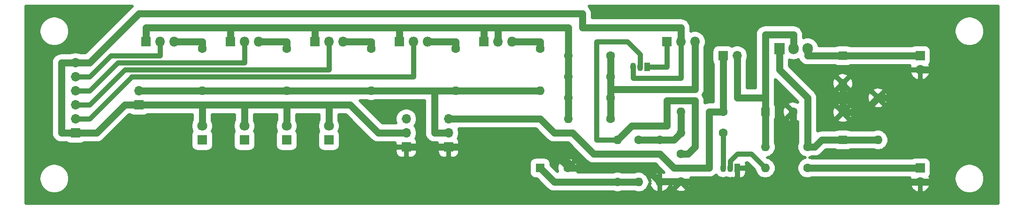
<source format=gbr>
%TF.GenerationSoftware,KiCad,Pcbnew,(5.1.10)-1*%
%TF.CreationDate,2021-09-28T13:49:37-04:00*%
%TF.ProjectId,LED Driver,4c454420-4472-4697-9665-722e6b696361,C*%
%TF.SameCoordinates,Original*%
%TF.FileFunction,Copper,L2,Bot*%
%TF.FilePolarity,Positive*%
%FSLAX46Y46*%
G04 Gerber Fmt 4.6, Leading zero omitted, Abs format (unit mm)*
G04 Created by KiCad (PCBNEW (5.1.10)-1) date 2021-09-28 13:49:37*
%MOMM*%
%LPD*%
G01*
G04 APERTURE LIST*
%TA.AperFunction,ComponentPad*%
%ADD10R,1.800000X1.800000*%
%TD*%
%TA.AperFunction,ComponentPad*%
%ADD11C,1.800000*%
%TD*%
%TA.AperFunction,ComponentPad*%
%ADD12O,1.600000X1.600000*%
%TD*%
%TA.AperFunction,ComponentPad*%
%ADD13C,1.600000*%
%TD*%
%TA.AperFunction,ComponentPad*%
%ADD14O,1.800000X1.800000*%
%TD*%
%TA.AperFunction,ComponentPad*%
%ADD15R,1.050000X1.500000*%
%TD*%
%TA.AperFunction,ComponentPad*%
%ADD16O,1.050000X1.500000*%
%TD*%
%TA.AperFunction,ComponentPad*%
%ADD17R,1.905000X2.000000*%
%TD*%
%TA.AperFunction,ComponentPad*%
%ADD18O,1.905000X2.000000*%
%TD*%
%TA.AperFunction,ComponentPad*%
%ADD19O,1.700000X1.700000*%
%TD*%
%TA.AperFunction,ComponentPad*%
%ADD20R,1.700000X1.700000*%
%TD*%
%TA.AperFunction,ComponentPad*%
%ADD21R,1.600000X1.600000*%
%TD*%
%TA.AperFunction,Conductor*%
%ADD22C,1.270000*%
%TD*%
%TA.AperFunction,Conductor*%
%ADD23C,0.889000*%
%TD*%
%TA.AperFunction,Conductor*%
%ADD24C,0.508000*%
%TD*%
%TA.AperFunction,Conductor*%
%ADD25C,0.100000*%
%TD*%
G04 APERTURE END LIST*
D10*
%TO.P,D4,1*%
%TO.N,Net-(D4-Pad1)*%
X78740000Y-101600000D03*
D11*
%TO.P,D4,2*%
%TO.N,Net-(D1-Pad2)*%
X78740000Y-99060000D03*
%TD*%
D12*
%TO.P,R17,2*%
%TO.N,Net-(J4-Pad2)*%
X78740000Y-92710000D03*
D13*
%TO.P,R17,1*%
%TO.N,Net-(Q8-Pad3)*%
X78740000Y-85090000D03*
%TD*%
D12*
%TO.P,R16,2*%
%TO.N,Net-(J4-Pad2)*%
X93980000Y-92710000D03*
D13*
%TO.P,R16,1*%
%TO.N,Net-(Q7-Pad3)*%
X93980000Y-85090000D03*
%TD*%
D12*
%TO.P,R15,2*%
%TO.N,Net-(J4-Pad2)*%
X109220000Y-92710000D03*
D13*
%TO.P,R15,1*%
%TO.N,Net-(Q6-Pad3)*%
X109220000Y-85090000D03*
%TD*%
%TO.P,R14,1*%
%TO.N,Net-(Q5-Pad3)*%
X124460000Y-85090000D03*
D12*
%TO.P,R14,2*%
%TO.N,Net-(J4-Pad2)*%
X124460000Y-92710000D03*
%TD*%
%TO.P,R12,2*%
%TO.N,Net-(J4-Pad2)*%
X139700000Y-92710000D03*
D13*
%TO.P,R12,1*%
%TO.N,Net-(Q4-Pad3)*%
X139700000Y-85090000D03*
%TD*%
D10*
%TO.P,Q8,1*%
%TO.N,Net-(Q4-Pad1)*%
X68580000Y-83820000D03*
D14*
%TO.P,Q8,2*%
%TO.N,Net-(D4-Pad1)*%
X71120000Y-83820000D03*
%TO.P,Q8,3*%
%TO.N,Net-(Q8-Pad3)*%
X73660000Y-83820000D03*
%TD*%
%TO.P,Q7,3*%
%TO.N,Net-(Q7-Pad3)*%
X88900000Y-83820000D03*
%TO.P,Q7,2*%
%TO.N,Net-(D3-Pad1)*%
X86360000Y-83820000D03*
D10*
%TO.P,Q7,1*%
%TO.N,Net-(Q4-Pad1)*%
X83820000Y-83820000D03*
%TD*%
D14*
%TO.P,Q6,3*%
%TO.N,Net-(Q6-Pad3)*%
X104140000Y-83820000D03*
%TO.P,Q6,2*%
%TO.N,Net-(D2-Pad1)*%
X101600000Y-83820000D03*
D10*
%TO.P,Q6,1*%
%TO.N,Net-(Q4-Pad1)*%
X99060000Y-83820000D03*
%TD*%
D14*
%TO.P,Q5,3*%
%TO.N,Net-(Q5-Pad3)*%
X119380000Y-83820000D03*
%TO.P,Q5,2*%
%TO.N,Net-(D1-Pad1)*%
X116840000Y-83820000D03*
D10*
%TO.P,Q5,1*%
%TO.N,Net-(Q4-Pad1)*%
X114300000Y-83820000D03*
%TD*%
D14*
%TO.P,Q4,3*%
%TO.N,Net-(Q4-Pad3)*%
X134620000Y-83820000D03*
%TO.P,Q4,2*%
%TO.N,Net-(Q4-Pad1)*%
X132080000Y-83820000D03*
D10*
%TO.P,Q4,1*%
X129540000Y-83820000D03*
%TD*%
D14*
%TO.P,Q3,3*%
%TO.N,Net-(Q3-Pad3)*%
X167640000Y-83820000D03*
%TO.P,Q3,2*%
%TO.N,Net-(D1-Pad2)*%
X165100000Y-83820000D03*
D10*
%TO.P,Q3,1*%
%TO.N,Net-(Q2-Pad1)*%
X162560000Y-83820000D03*
%TD*%
D15*
%TO.P,Q1,1*%
%TO.N,GND*%
X175260000Y-106680000D03*
D16*
%TO.P,Q1,3*%
%TO.N,Net-(Q1-Pad3)*%
X172720000Y-106680000D03*
%TO.P,Q1,2*%
%TO.N,Net-(Q1-Pad2)*%
X173990000Y-106680000D03*
%TD*%
D15*
%TO.P,Q2,1*%
%TO.N,Net-(Q2-Pad1)*%
X159004000Y-88392000D03*
D16*
%TO.P,Q2,3*%
%TO.N,Net-(D1-Pad2)*%
X156464000Y-88392000D03*
%TO.P,Q2,2*%
%TO.N,Net-(C5-Pad1)*%
X157734000Y-88392000D03*
%TD*%
D12*
%TO.P,R1,2*%
%TO.N,Net-(C2-Pad1)*%
X200660000Y-101600000D03*
D13*
%TO.P,R1,1*%
%TO.N,GND*%
X200660000Y-93980000D03*
%TD*%
%TO.P,R3,1*%
%TO.N,UNO_D10-MEGA_D12*%
X187960000Y-106680000D03*
D12*
%TO.P,R3,2*%
%TO.N,Net-(Q1-Pad2)*%
X180340000Y-106680000D03*
%TD*%
D13*
%TO.P,R4,1*%
%TO.N,Net-(Q1-Pad3)*%
X172720000Y-100330000D03*
D12*
%TO.P,R4,2*%
%TO.N,Net-(R4-Pad2)*%
X165100000Y-100330000D03*
%TD*%
%TO.P,R5,2*%
%TO.N,Net-(R4-Pad2)*%
X165100000Y-96520000D03*
D13*
%TO.P,R5,1*%
%TO.N,VR*%
X172720000Y-96520000D03*
%TD*%
D12*
%TO.P,R6,2*%
%TO.N,GND*%
X161290000Y-109220000D03*
D13*
%TO.P,R6,1*%
%TO.N,Net-(R4-Pad2)*%
X161290000Y-101600000D03*
%TD*%
%TO.P,R7,1*%
%TO.N,Net-(R4-Pad2)*%
X157480000Y-101600000D03*
D12*
%TO.P,R7,2*%
%TO.N,Net-(C4-Pad1)*%
X157480000Y-109220000D03*
%TD*%
%TO.P,R8,2*%
%TO.N,Net-(C5-Pad1)*%
X153670000Y-101600000D03*
D13*
%TO.P,R8,1*%
%TO.N,Net-(C4-Pad1)*%
X153670000Y-109220000D03*
%TD*%
%TO.P,R9,1*%
%TO.N,Net-(Q3-Pad3)*%
X152400000Y-97790000D03*
D12*
%TO.P,R9,2*%
%TO.N,Net-(Q4-Pad1)*%
X144780000Y-97790000D03*
%TD*%
D13*
%TO.P,R10,1*%
%TO.N,Net-(Q3-Pad3)*%
X152400000Y-86360000D03*
D12*
%TO.P,R10,2*%
%TO.N,Net-(Q4-Pad1)*%
X144780000Y-86360000D03*
%TD*%
D13*
%TO.P,R11,1*%
%TO.N,Net-(Q3-Pad3)*%
X152400000Y-90170000D03*
D12*
%TO.P,R11,2*%
%TO.N,Net-(Q4-Pad1)*%
X144780000Y-90170000D03*
%TD*%
%TO.P,R13,2*%
%TO.N,Net-(Q4-Pad1)*%
X144780000Y-93980000D03*
D13*
%TO.P,R13,1*%
%TO.N,Net-(Q3-Pad3)*%
X152400000Y-93980000D03*
%TD*%
D17*
%TO.P,U1,1*%
%TO.N,Net-(C2-Pad1)*%
X182880000Y-85090000D03*
D18*
%TO.P,U1,2*%
%TO.N,Net-(C3-Pad1)*%
X185420000Y-85090000D03*
%TO.P,U1,3*%
%TO.N,VIN*%
X187960000Y-85090000D03*
%TD*%
D13*
%TO.P,R2,1*%
%TO.N,Net-(C2-Pad1)*%
X187960000Y-102870000D03*
D12*
%TO.P,R2,2*%
%TO.N,Net-(C3-Pad1)*%
X180340000Y-102870000D03*
%TD*%
D19*
%TO.P,J1,6*%
%TO.N,Net-(D1-Pad2)*%
X55880000Y-87630000D03*
%TO.P,J1,5*%
%TO.N,Net-(D4-Pad1)*%
X55880000Y-90170000D03*
%TO.P,J1,4*%
%TO.N,Net-(D3-Pad1)*%
X55880000Y-92710000D03*
%TO.P,J1,3*%
%TO.N,Net-(D2-Pad1)*%
X55880000Y-95250000D03*
%TO.P,J1,2*%
%TO.N,Net-(D1-Pad1)*%
X55880000Y-97790000D03*
D20*
%TO.P,J1,1*%
%TO.N,Net-(D1-Pad2)*%
X55880000Y-100330000D03*
%TD*%
%TO.P,J4,1*%
%TO.N,Net-(D1-Pad2)*%
X67310000Y-95250000D03*
D19*
%TO.P,J4,2*%
%TO.N,Net-(J4-Pad2)*%
X67310000Y-92710000D03*
%TD*%
D20*
%TO.P,JP1A1,1*%
%TO.N,GND*%
X115570000Y-102870000D03*
D19*
%TO.P,JP1A1,2*%
%TO.N,Net-(D1-Pad2)*%
X115570000Y-100330000D03*
%TO.P,JP1A1,3*%
%TO.N,VR*%
X115570000Y-97790000D03*
%TD*%
D20*
%TO.P,JP1B1,1*%
%TO.N,GND*%
X123190000Y-102870000D03*
D19*
%TO.P,JP1B1,2*%
%TO.N,Net-(J4-Pad2)*%
X123190000Y-100330000D03*
%TO.P,JP1B1,3*%
%TO.N,VR*%
X123190000Y-97790000D03*
%TD*%
D20*
%TO.P,JP2,1*%
%TO.N,VR*%
X172720000Y-86360000D03*
D19*
%TO.P,JP2,2*%
%TO.N,Net-(C3-Pad1)*%
X175260000Y-86360000D03*
%TD*%
D20*
%TO.P,J3,1*%
%TO.N,VIN*%
X208280000Y-86360000D03*
D19*
%TO.P,J3,2*%
%TO.N,GND*%
X208280000Y-88900000D03*
%TD*%
D20*
%TO.P,J2,1*%
%TO.N,UNO_D10-MEGA_D12*%
X208280000Y-106680000D03*
D19*
%TO.P,J2,2*%
%TO.N,GND*%
X208280000Y-109220000D03*
%TD*%
D21*
%TO.P,C4,1*%
%TO.N,Net-(C4-Pad1)*%
X139700000Y-106680000D03*
D13*
%TO.P,C4,2*%
%TO.N,GND*%
X144700000Y-106680000D03*
%TD*%
D21*
%TO.P,C3,1*%
%TO.N,Net-(C3-Pad1)*%
X180340000Y-96520000D03*
D13*
%TO.P,C3,2*%
%TO.N,GND*%
X185340000Y-96520000D03*
%TD*%
D21*
%TO.P,C2,1*%
%TO.N,Net-(C2-Pad1)*%
X194310000Y-101600000D03*
D13*
%TO.P,C2,2*%
%TO.N,GND*%
X194310000Y-96600000D03*
%TD*%
D21*
%TO.P,C1,1*%
%TO.N,VIN*%
X194310000Y-86360000D03*
D13*
%TO.P,C1,2*%
%TO.N,GND*%
X194310000Y-91360000D03*
%TD*%
%TO.P,C5,1*%
%TO.N,Net-(C5-Pad1)*%
X165100000Y-104140000D03*
%TO.P,C5,2*%
%TO.N,GND*%
X165100000Y-109140000D03*
%TD*%
D10*
%TO.P,D1,1*%
%TO.N,Net-(D1-Pad1)*%
X101600000Y-101600000D03*
D11*
%TO.P,D1,2*%
%TO.N,Net-(D1-Pad2)*%
X101600000Y-99060000D03*
%TD*%
%TO.P,D2,2*%
%TO.N,Net-(D1-Pad2)*%
X93980000Y-99060000D03*
D10*
%TO.P,D2,1*%
%TO.N,Net-(D2-Pad1)*%
X93980000Y-101600000D03*
%TD*%
D11*
%TO.P,D3,2*%
%TO.N,Net-(D1-Pad2)*%
X86360000Y-99060000D03*
D10*
%TO.P,D3,1*%
%TO.N,Net-(D3-Pad1)*%
X86360000Y-101600000D03*
%TD*%
D22*
%TO.N,GND*%
X210820000Y-109220000D02*
X208280000Y-109220000D01*
X208280000Y-109220000D02*
X185420000Y-109220000D01*
D23*
X175260000Y-106680000D02*
X175260000Y-109220000D01*
D22*
X175260000Y-109220000D02*
X185420000Y-109220000D01*
X123190000Y-102870000D02*
X141930000Y-102870000D01*
X115570000Y-102870000D02*
X123190000Y-102870000D01*
X144700000Y-106680000D02*
X144780000Y-106680000D01*
X144780000Y-105720000D02*
X141930000Y-102870000D01*
X144780000Y-106680000D02*
X144780000Y-105720000D01*
X185340000Y-109140000D02*
X185420000Y-109220000D01*
X185340000Y-96520000D02*
X185340000Y-109140000D01*
X194310000Y-91360000D02*
X194310000Y-96600000D01*
X210820000Y-93980000D02*
X210820000Y-88900000D01*
X210820000Y-88900000D02*
X208280000Y-88900000D01*
X210820000Y-106016998D02*
X210820000Y-93980000D01*
X210820000Y-109220000D02*
X210820000Y-106016998D01*
X161370000Y-109140000D02*
X161290000Y-109220000D01*
X165100000Y-109140000D02*
X161370000Y-109140000D01*
X144700000Y-106680000D02*
X158750000Y-106680000D01*
X158750000Y-106680000D02*
X161290000Y-109220000D01*
X198040000Y-96600000D02*
X200660000Y-93980000D01*
X194310000Y-96600000D02*
X198040000Y-96600000D01*
X200660000Y-93980000D02*
X210820000Y-93980000D01*
X165180000Y-109220000D02*
X165100000Y-109140000D01*
X175260000Y-109220000D02*
X165180000Y-109220000D01*
%TO.N,VIN*%
X187960000Y-85090000D02*
X187960000Y-86360000D01*
X208280000Y-86360000D02*
X194310000Y-86360000D01*
X194310000Y-86360000D02*
X187960000Y-86360000D01*
%TO.N,Net-(C2-Pad1)*%
X187960000Y-102870000D02*
X189230000Y-102870000D01*
X189230000Y-102870000D02*
X190500000Y-101600000D01*
X200660000Y-101600000D02*
X194310000Y-101600000D01*
X194310000Y-101600000D02*
X190500000Y-101600000D01*
X187960000Y-102870000D02*
X187960000Y-93980000D01*
X187960000Y-93980000D02*
X182880000Y-88900000D01*
X182880000Y-85090000D02*
X182880000Y-88900000D01*
%TO.N,Net-(C3-Pad1)*%
X185420000Y-85090000D02*
X185420000Y-82550000D01*
X185420000Y-82550000D02*
X180340000Y-82550000D01*
X180340000Y-93980000D02*
X180340000Y-82550000D01*
X175260000Y-86360000D02*
X175260000Y-93980000D01*
X175260000Y-93980000D02*
X180340000Y-93980000D01*
X180340000Y-102870000D02*
X180340000Y-96520000D01*
X180340000Y-96520000D02*
X180340000Y-93980000D01*
%TO.N,Net-(C4-Pad1)*%
X157480000Y-109220000D02*
X153670000Y-109220000D01*
X153670000Y-109220000D02*
X142240000Y-109220000D01*
X142240000Y-109220000D02*
X139700000Y-106680000D01*
%TO.N,Net-(C5-Pad1)*%
X167640000Y-94488000D02*
X162560000Y-94488000D01*
X162560000Y-94488000D02*
X162560000Y-99060000D01*
D23*
X157734000Y-88392000D02*
X157734000Y-86106000D01*
X155448000Y-83820000D02*
X149860000Y-83820000D01*
X157734000Y-86106000D02*
X155448000Y-83820000D01*
X149860000Y-83820000D02*
X149860000Y-101600000D01*
X153670000Y-101600000D02*
X149860000Y-101600000D01*
D22*
X153670000Y-101600000D02*
X156210000Y-99060000D01*
X156210000Y-99060000D02*
X162560000Y-99060000D01*
X165100000Y-104140000D02*
X166370000Y-104140000D01*
X167640000Y-102870000D02*
X167640000Y-94488000D01*
X166370000Y-104140000D02*
X167640000Y-102870000D01*
D23*
%TO.N,Net-(D1-Pad1)*%
X116840000Y-90170000D02*
X116840000Y-83820000D01*
X65972081Y-90170000D02*
X116840000Y-90170000D01*
X65972081Y-90170000D02*
X65972081Y-90237919D01*
X58420000Y-97790000D02*
X55880000Y-97790000D01*
X65972081Y-90237919D02*
X58420000Y-97790000D01*
%TO.N,Net-(D1-Pad2)*%
X156464000Y-88392000D02*
X156464000Y-90424000D01*
X156464000Y-90424000D02*
X165100000Y-90424000D01*
X165100000Y-90424000D02*
X165100000Y-83820000D01*
D22*
X165100000Y-81280000D02*
X147320000Y-81280000D01*
X165100000Y-83820000D02*
X165100000Y-81280000D01*
X147320000Y-78740000D02*
X147320000Y-81280000D01*
X72390000Y-95250000D02*
X64770000Y-95250000D01*
X110490000Y-100330000D02*
X115570000Y-100330000D01*
X105410000Y-95250000D02*
X110490000Y-100330000D01*
X55880000Y-100330000D02*
X59690000Y-100330000D01*
X59690000Y-100330000D02*
X64770000Y-95250000D01*
X55880000Y-100330000D02*
X53340000Y-100330000D01*
X53340000Y-100330000D02*
X53340000Y-87630000D01*
X53340000Y-87630000D02*
X55880000Y-87630000D01*
X55880000Y-87630000D02*
X58420000Y-87630000D01*
X58420000Y-87630000D02*
X67310000Y-78740000D01*
X67310000Y-78740000D02*
X147320000Y-78740000D01*
X78740000Y-99060000D02*
X78740000Y-95250000D01*
X72390000Y-95250000D02*
X78740000Y-95250000D01*
X86360000Y-99060000D02*
X86360000Y-95250000D01*
X78740000Y-95250000D02*
X86360000Y-95250000D01*
X93980000Y-99060000D02*
X93980000Y-95250000D01*
X86360000Y-95250000D02*
X93980000Y-95250000D01*
X101600000Y-99060000D02*
X101600000Y-95250000D01*
X101600000Y-95250000D02*
X105410000Y-95250000D01*
X93980000Y-95250000D02*
X101600000Y-95250000D01*
D23*
%TO.N,Net-(D2-Pad1)*%
X64770000Y-88900000D02*
X101600000Y-88900000D01*
X101600000Y-88900000D02*
X101600000Y-83820000D01*
X64770000Y-88900000D02*
X58420000Y-95250000D01*
X58420000Y-95250000D02*
X55880000Y-95250000D01*
%TO.N,Net-(D3-Pad1)*%
X63500000Y-87630000D02*
X86360000Y-87630000D01*
X86360000Y-87630000D02*
X86360000Y-83820000D01*
X63500000Y-87630000D02*
X58420000Y-92710000D01*
X58420000Y-92710000D02*
X55880000Y-92710000D01*
%TO.N,Net-(D4-Pad1)*%
X71120000Y-86360000D02*
X71120000Y-83820000D01*
X62230000Y-86360000D02*
X71120000Y-86360000D01*
X62230000Y-86360000D02*
X58420000Y-90170000D01*
X58420000Y-90170000D02*
X55880000Y-90170000D01*
D22*
%TO.N,UNO_D10-MEGA_D12*%
X193040000Y-106680000D02*
X208280000Y-106680000D01*
X187960000Y-106680000D02*
X193040000Y-106680000D01*
%TO.N,Net-(J4-Pad2)*%
X78740000Y-92710000D02*
X93980000Y-92710000D01*
X124460000Y-92710000D02*
X139700000Y-92710000D01*
X121920000Y-92710000D02*
X124460000Y-92710000D01*
X105410000Y-92710000D02*
X109220000Y-92710000D01*
X93980000Y-92710000D02*
X105410000Y-92710000D01*
X123190000Y-100330000D02*
X120650000Y-100330000D01*
X120650000Y-100330000D02*
X120650000Y-92710000D01*
X120650000Y-92710000D02*
X121920000Y-92710000D01*
X109220000Y-92710000D02*
X120650000Y-92710000D01*
X78740000Y-92710000D02*
X67310000Y-92710000D01*
%TO.N,VR*%
X172720000Y-86360000D02*
X172720000Y-96520000D01*
X142240000Y-100330000D02*
X139700000Y-97790000D01*
X139700000Y-97790000D02*
X123190000Y-97790000D01*
X145542000Y-100330000D02*
X142240000Y-100330000D01*
X161290000Y-104140000D02*
X149352000Y-104140000D01*
X149352000Y-104140000D02*
X145542000Y-100330000D01*
X163830000Y-106680000D02*
X161290000Y-104140000D01*
X170180000Y-106680000D02*
X163830000Y-106680000D01*
X170180000Y-96520000D02*
X170180000Y-106680000D01*
X172720000Y-96520000D02*
X170180000Y-96520000D01*
D23*
%TO.N,Net-(Q1-Pad2)*%
X173990000Y-106680000D02*
X173990000Y-105410000D01*
X173990000Y-105410000D02*
X175260000Y-104140000D01*
X177800000Y-104140000D02*
X180340000Y-106680000D01*
X175260000Y-104140000D02*
X177800000Y-104140000D01*
%TO.N,Net-(Q1-Pad3)*%
X172720000Y-106680000D02*
X172720000Y-100330000D01*
%TO.N,Net-(Q2-Pad1)*%
X162560000Y-83820000D02*
X162560000Y-88392000D01*
X162560000Y-88392000D02*
X159004000Y-88392000D01*
D22*
%TO.N,Net-(Q3-Pad3)*%
X152400000Y-97790000D02*
X152400000Y-93980000D01*
X152400000Y-90170000D02*
X152400000Y-86360000D01*
X152400000Y-91440000D02*
X152400000Y-90170000D01*
X167640000Y-83820000D02*
X167640000Y-92456000D01*
X167640000Y-92456000D02*
X152400000Y-92456000D01*
X152400000Y-92456000D02*
X152400000Y-91440000D01*
X152400000Y-93980000D02*
X152400000Y-92456000D01*
%TO.N,Net-(Q4-Pad3)*%
X134620000Y-83820000D02*
X139700000Y-83820000D01*
X139700000Y-83820000D02*
X139700000Y-85090000D01*
%TO.N,Net-(Q4-Pad1)*%
X132080000Y-83820000D02*
X132080000Y-81280000D01*
X144780000Y-86360000D02*
X144780000Y-90170000D01*
X144780000Y-90170000D02*
X144780000Y-93980000D01*
X144780000Y-93980000D02*
X144780000Y-97790000D01*
X129540000Y-81280000D02*
X129540000Y-83820000D01*
X144780000Y-81280000D02*
X129540000Y-81280000D01*
X144780000Y-86360000D02*
X144780000Y-81280000D01*
X129540000Y-81280000D02*
X114300000Y-81280000D01*
X114300000Y-81280000D02*
X114300000Y-83820000D01*
X114300000Y-81280000D02*
X99060000Y-81280000D01*
X99060000Y-81280000D02*
X99060000Y-83820000D01*
X99060000Y-81280000D02*
X83820000Y-81280000D01*
X83820000Y-81280000D02*
X83820000Y-83820000D01*
X83820000Y-81280000D02*
X68580000Y-81280000D01*
X68580000Y-81280000D02*
X68580000Y-83820000D01*
%TO.N,Net-(Q5-Pad3)*%
X119380000Y-83820000D02*
X124460000Y-83820000D01*
X124460000Y-83820000D02*
X124460000Y-85090000D01*
%TO.N,Net-(Q6-Pad3)*%
X104140000Y-83820000D02*
X109220000Y-83820000D01*
X109220000Y-83820000D02*
X109220000Y-85090000D01*
%TO.N,Net-(Q7-Pad3)*%
X88900000Y-83820000D02*
X93980000Y-83820000D01*
X93980000Y-83820000D02*
X93980000Y-85090000D01*
%TO.N,Net-(Q8-Pad3)*%
X73660000Y-83820000D02*
X78740000Y-83820000D01*
X78740000Y-83820000D02*
X78740000Y-85090000D01*
%TO.N,Net-(R4-Pad2)*%
X157480000Y-101600000D02*
X161290000Y-101600000D01*
X163830000Y-101600000D02*
X165100000Y-100330000D01*
X161290000Y-101600000D02*
X163830000Y-101600000D01*
X165100000Y-100330000D02*
X165100000Y-96520000D01*
%TD*%
D24*
%TO.N,GND*%
X66114521Y-77421007D02*
X66114516Y-77421012D01*
X66046682Y-77476682D01*
X65991012Y-77544516D01*
X57683529Y-85852000D01*
X56795486Y-85852000D01*
X56461337Y-85713590D01*
X56076293Y-85637000D01*
X55683707Y-85637000D01*
X55298663Y-85713590D01*
X54964514Y-85852000D01*
X53427338Y-85852000D01*
X53340000Y-85843398D01*
X53252662Y-85852000D01*
X52991451Y-85877727D01*
X52656297Y-85979395D01*
X52347417Y-86144495D01*
X52076682Y-86366682D01*
X51854495Y-86637417D01*
X51689395Y-86946297D01*
X51587727Y-87281451D01*
X51553398Y-87630000D01*
X51562001Y-87717348D01*
X51562000Y-100242662D01*
X51553398Y-100330000D01*
X51587727Y-100678549D01*
X51689395Y-101013703D01*
X51854495Y-101322583D01*
X51925113Y-101408631D01*
X52076682Y-101593318D01*
X52347417Y-101815505D01*
X52656297Y-101980605D01*
X52991451Y-102082273D01*
X53340000Y-102116602D01*
X53427338Y-102108000D01*
X54359051Y-102108000D01*
X54391911Y-102134968D01*
X54590477Y-102241103D01*
X54805933Y-102306461D01*
X55030000Y-102328530D01*
X56730000Y-102328530D01*
X56954067Y-102306461D01*
X57169523Y-102241103D01*
X57368089Y-102134968D01*
X57400949Y-102108000D01*
X59602673Y-102108000D01*
X59690000Y-102116601D01*
X59777327Y-102108000D01*
X59777338Y-102108000D01*
X60038549Y-102082273D01*
X60373703Y-101980605D01*
X60682583Y-101815505D01*
X60953318Y-101593318D01*
X61008993Y-101525478D01*
X65506472Y-97028000D01*
X65789051Y-97028000D01*
X65821911Y-97054968D01*
X66020477Y-97161103D01*
X66235933Y-97226461D01*
X66460000Y-97248530D01*
X68160000Y-97248530D01*
X68384067Y-97226461D01*
X68599523Y-97161103D01*
X68798089Y-97054968D01*
X68830949Y-97028000D01*
X76962001Y-97028000D01*
X76962000Y-98043662D01*
X76929517Y-98092277D01*
X76775512Y-98464079D01*
X76697000Y-98858782D01*
X76697000Y-99261218D01*
X76775512Y-99655921D01*
X76924007Y-100014420D01*
X76885032Y-100061911D01*
X76778897Y-100260477D01*
X76713539Y-100475933D01*
X76691470Y-100700000D01*
X76691470Y-102500000D01*
X76713539Y-102724067D01*
X76778897Y-102939523D01*
X76885032Y-103138089D01*
X77027867Y-103312133D01*
X77201911Y-103454968D01*
X77400477Y-103561103D01*
X77615933Y-103626461D01*
X77840000Y-103648530D01*
X79640000Y-103648530D01*
X79864067Y-103626461D01*
X80079523Y-103561103D01*
X80278089Y-103454968D01*
X80452133Y-103312133D01*
X80594968Y-103138089D01*
X80701103Y-102939523D01*
X80766461Y-102724067D01*
X80788530Y-102500000D01*
X80788530Y-100700000D01*
X80766461Y-100475933D01*
X80701103Y-100260477D01*
X80594968Y-100061911D01*
X80555993Y-100014420D01*
X80704488Y-99655921D01*
X80783000Y-99261218D01*
X80783000Y-98858782D01*
X80704488Y-98464079D01*
X80550483Y-98092277D01*
X80518000Y-98043663D01*
X80518000Y-97028000D01*
X84582001Y-97028000D01*
X84582000Y-98043662D01*
X84549517Y-98092277D01*
X84395512Y-98464079D01*
X84317000Y-98858782D01*
X84317000Y-99261218D01*
X84395512Y-99655921D01*
X84544007Y-100014420D01*
X84505032Y-100061911D01*
X84398897Y-100260477D01*
X84333539Y-100475933D01*
X84311470Y-100700000D01*
X84311470Y-102500000D01*
X84333539Y-102724067D01*
X84398897Y-102939523D01*
X84505032Y-103138089D01*
X84647867Y-103312133D01*
X84821911Y-103454968D01*
X85020477Y-103561103D01*
X85235933Y-103626461D01*
X85460000Y-103648530D01*
X87260000Y-103648530D01*
X87484067Y-103626461D01*
X87699523Y-103561103D01*
X87898089Y-103454968D01*
X88072133Y-103312133D01*
X88214968Y-103138089D01*
X88321103Y-102939523D01*
X88386461Y-102724067D01*
X88408530Y-102500000D01*
X88408530Y-100700000D01*
X88386461Y-100475933D01*
X88321103Y-100260477D01*
X88214968Y-100061911D01*
X88175993Y-100014420D01*
X88324488Y-99655921D01*
X88403000Y-99261218D01*
X88403000Y-98858782D01*
X88324488Y-98464079D01*
X88170483Y-98092277D01*
X88138000Y-98043663D01*
X88138000Y-97028000D01*
X92202001Y-97028000D01*
X92202000Y-98043662D01*
X92169517Y-98092277D01*
X92015512Y-98464079D01*
X91937000Y-98858782D01*
X91937000Y-99261218D01*
X92015512Y-99655921D01*
X92164007Y-100014420D01*
X92125032Y-100061911D01*
X92018897Y-100260477D01*
X91953539Y-100475933D01*
X91931470Y-100700000D01*
X91931470Y-102500000D01*
X91953539Y-102724067D01*
X92018897Y-102939523D01*
X92125032Y-103138089D01*
X92267867Y-103312133D01*
X92441911Y-103454968D01*
X92640477Y-103561103D01*
X92855933Y-103626461D01*
X93080000Y-103648530D01*
X94880000Y-103648530D01*
X95104067Y-103626461D01*
X95319523Y-103561103D01*
X95518089Y-103454968D01*
X95692133Y-103312133D01*
X95834968Y-103138089D01*
X95941103Y-102939523D01*
X96006461Y-102724067D01*
X96028530Y-102500000D01*
X96028530Y-100700000D01*
X96006461Y-100475933D01*
X95941103Y-100260477D01*
X95834968Y-100061911D01*
X95795993Y-100014420D01*
X95944488Y-99655921D01*
X96023000Y-99261218D01*
X96023000Y-98858782D01*
X95944488Y-98464079D01*
X95790483Y-98092277D01*
X95758000Y-98043663D01*
X95758000Y-97028000D01*
X99822001Y-97028000D01*
X99822000Y-98043662D01*
X99789517Y-98092277D01*
X99635512Y-98464079D01*
X99557000Y-98858782D01*
X99557000Y-99261218D01*
X99635512Y-99655921D01*
X99784007Y-100014420D01*
X99745032Y-100061911D01*
X99638897Y-100260477D01*
X99573539Y-100475933D01*
X99551470Y-100700000D01*
X99551470Y-102500000D01*
X99573539Y-102724067D01*
X99638897Y-102939523D01*
X99745032Y-103138089D01*
X99887867Y-103312133D01*
X100061911Y-103454968D01*
X100260477Y-103561103D01*
X100475933Y-103626461D01*
X100700000Y-103648530D01*
X102500000Y-103648530D01*
X102724067Y-103626461D01*
X102939523Y-103561103D01*
X103138089Y-103454968D01*
X103312133Y-103312133D01*
X103454968Y-103138089D01*
X103561103Y-102939523D01*
X103626461Y-102724067D01*
X103648530Y-102500000D01*
X103648530Y-100700000D01*
X103626461Y-100475933D01*
X103561103Y-100260477D01*
X103454968Y-100061911D01*
X103415993Y-100014420D01*
X103564488Y-99655921D01*
X103643000Y-99261218D01*
X103643000Y-98858782D01*
X103564488Y-98464079D01*
X103410483Y-98092277D01*
X103378000Y-98043663D01*
X103378000Y-97028000D01*
X104673529Y-97028000D01*
X109171012Y-101525484D01*
X109226682Y-101593318D01*
X109294516Y-101648988D01*
X109294521Y-101648993D01*
X109497417Y-101815505D01*
X109806297Y-101980605D01*
X110141451Y-102082273D01*
X110402662Y-102108000D01*
X110402672Y-102108000D01*
X110490000Y-102116601D01*
X110577327Y-102108000D01*
X113572772Y-102108000D01*
X113577000Y-102393750D01*
X113862750Y-102679500D01*
X115379500Y-102679500D01*
X115379500Y-102659500D01*
X115760500Y-102659500D01*
X115760500Y-102679500D01*
X117277250Y-102679500D01*
X117563000Y-102393750D01*
X117568530Y-102020000D01*
X117546461Y-101795933D01*
X117481103Y-101580477D01*
X117374968Y-101381911D01*
X117313853Y-101307443D01*
X117336173Y-101274039D01*
X117486410Y-100911337D01*
X117563000Y-100526293D01*
X117563000Y-100133707D01*
X117486410Y-99748663D01*
X117336173Y-99385961D01*
X117118373Y-99060000D01*
X117336173Y-98734039D01*
X117486410Y-98371337D01*
X117563000Y-97986293D01*
X117563000Y-97593707D01*
X117486410Y-97208663D01*
X117336173Y-96845961D01*
X117118064Y-96519537D01*
X116840463Y-96241936D01*
X116514039Y-96023827D01*
X116151337Y-95873590D01*
X115766293Y-95797000D01*
X115373707Y-95797000D01*
X114988663Y-95873590D01*
X114625961Y-96023827D01*
X114299537Y-96241936D01*
X114021936Y-96519537D01*
X113803827Y-96845961D01*
X113653590Y-97208663D01*
X113577000Y-97593707D01*
X113577000Y-97986293D01*
X113653590Y-98371337D01*
X113728424Y-98552000D01*
X111226472Y-98552000D01*
X107162471Y-94488000D01*
X108435169Y-94488000D01*
X108653248Y-94578331D01*
X109028631Y-94653000D01*
X109411369Y-94653000D01*
X109786752Y-94578331D01*
X110004831Y-94488000D01*
X118872001Y-94488000D01*
X118872000Y-100242662D01*
X118863398Y-100330000D01*
X118897727Y-100678549D01*
X118999395Y-101013703D01*
X119164495Y-101322583D01*
X119235113Y-101408631D01*
X119386682Y-101593318D01*
X119657417Y-101815505D01*
X119966297Y-101980605D01*
X120301451Y-102082273D01*
X120650000Y-102116602D01*
X120737338Y-102108000D01*
X121192772Y-102108000D01*
X121197000Y-102393750D01*
X121482750Y-102679500D01*
X122999500Y-102679500D01*
X122999500Y-102659500D01*
X123380500Y-102659500D01*
X123380500Y-102679500D01*
X124897250Y-102679500D01*
X125183000Y-102393750D01*
X125188530Y-102020000D01*
X125166461Y-101795933D01*
X125101103Y-101580477D01*
X124994968Y-101381911D01*
X124933853Y-101307443D01*
X124956173Y-101274039D01*
X125106410Y-100911337D01*
X125183000Y-100526293D01*
X125183000Y-100133707D01*
X125106410Y-99748663D01*
X125031576Y-99568000D01*
X138963529Y-99568000D01*
X140921007Y-101525478D01*
X140976682Y-101593318D01*
X141044521Y-101648992D01*
X141247416Y-101815505D01*
X141412516Y-101903752D01*
X141556297Y-101980605D01*
X141891451Y-102082273D01*
X142152662Y-102108000D01*
X142152672Y-102108000D01*
X142239999Y-102116601D01*
X142327327Y-102108000D01*
X144805529Y-102108000D01*
X148033012Y-105335484D01*
X148088682Y-105403318D01*
X148156516Y-105458988D01*
X148156521Y-105458993D01*
X148343707Y-105612612D01*
X148359417Y-105625505D01*
X148668297Y-105790605D01*
X149003451Y-105892273D01*
X149264662Y-105918000D01*
X149264670Y-105918000D01*
X149352000Y-105926601D01*
X149439330Y-105918000D01*
X160553529Y-105918000D01*
X162099462Y-107463933D01*
X161926538Y-107384220D01*
X161780642Y-107339968D01*
X161480500Y-107573735D01*
X161480500Y-109029500D01*
X161500500Y-109029500D01*
X161500500Y-109410500D01*
X161480500Y-109410500D01*
X161480500Y-110866265D01*
X161780642Y-111100032D01*
X161926538Y-111055780D01*
X162272450Y-110896324D01*
X162580607Y-110672447D01*
X162790424Y-110445480D01*
X164063927Y-110445480D01*
X164112001Y-110823962D01*
X164459509Y-110984354D01*
X164831632Y-111073869D01*
X165214068Y-111089066D01*
X165592120Y-111029362D01*
X165951260Y-110897050D01*
X166087999Y-110823962D01*
X166136073Y-110445480D01*
X165100000Y-109409408D01*
X164063927Y-110445480D01*
X162790424Y-110445480D01*
X162839167Y-110392754D01*
X163038193Y-110067992D01*
X163170037Y-109710643D01*
X162937896Y-109410502D01*
X163175639Y-109410502D01*
X163210638Y-109632120D01*
X163342950Y-109991260D01*
X163416038Y-110127999D01*
X163794520Y-110176073D01*
X164830592Y-109140000D01*
X164816450Y-109125858D01*
X165085858Y-108856450D01*
X165100000Y-108870592D01*
X165114142Y-108856450D01*
X165383550Y-109125858D01*
X165369408Y-109140000D01*
X166405480Y-110176073D01*
X166783962Y-110127999D01*
X166944354Y-109780491D01*
X166959265Y-109718501D01*
X206350351Y-109718501D01*
X206398599Y-109877569D01*
X206563035Y-110231977D01*
X206793453Y-110547495D01*
X207080998Y-110811999D01*
X207414620Y-111015323D01*
X207781498Y-111149654D01*
X208089500Y-110918130D01*
X208089500Y-109410500D01*
X208470500Y-109410500D01*
X208470500Y-110918130D01*
X208778502Y-111149654D01*
X209145380Y-111015323D01*
X209479002Y-110811999D01*
X209766547Y-110547495D01*
X209996965Y-110231977D01*
X210161401Y-109877569D01*
X210209649Y-109718501D01*
X209976588Y-109410500D01*
X208470500Y-109410500D01*
X208089500Y-109410500D01*
X206583412Y-109410500D01*
X206350351Y-109718501D01*
X166959265Y-109718501D01*
X167033869Y-109408368D01*
X167049066Y-109025932D01*
X166989362Y-108647880D01*
X166919408Y-108458000D01*
X170092662Y-108458000D01*
X170180000Y-108466602D01*
X170528549Y-108432273D01*
X170863703Y-108330605D01*
X171172583Y-108165505D01*
X171425996Y-107957534D01*
X171534840Y-108090160D01*
X171788825Y-108298601D01*
X172078596Y-108453487D01*
X172393015Y-108548865D01*
X172720000Y-108581070D01*
X173046984Y-108548865D01*
X173355000Y-108455429D01*
X173663015Y-108548865D01*
X173990000Y-108581070D01*
X174316984Y-108548865D01*
X174401438Y-108523246D01*
X174510933Y-108556461D01*
X174735000Y-108578530D01*
X174783750Y-108573000D01*
X175069500Y-108287250D01*
X175069500Y-108176873D01*
X175175160Y-108090160D01*
X175383601Y-107836175D01*
X175450500Y-107711016D01*
X175450500Y-108287250D01*
X175736250Y-108573000D01*
X175785000Y-108578530D01*
X176009067Y-108556461D01*
X176224523Y-108491103D01*
X176423089Y-108384968D01*
X176597133Y-108242133D01*
X176739968Y-108068089D01*
X176846103Y-107869523D01*
X176911461Y-107654067D01*
X176933530Y-107430000D01*
X176928000Y-107156250D01*
X176642250Y-106870500D01*
X175658000Y-106870500D01*
X175658000Y-106489500D01*
X176642250Y-106489500D01*
X176928000Y-106203750D01*
X176933530Y-105930000D01*
X176913585Y-105727500D01*
X177142437Y-105727500D01*
X178424486Y-107009550D01*
X178471669Y-107246752D01*
X178618136Y-107600355D01*
X178830774Y-107918590D01*
X179101410Y-108189226D01*
X179419645Y-108401864D01*
X179773248Y-108548331D01*
X180148631Y-108623000D01*
X180531369Y-108623000D01*
X180906752Y-108548331D01*
X181260355Y-108401864D01*
X181578590Y-108189226D01*
X181849226Y-107918590D01*
X182061864Y-107600355D01*
X182208331Y-107246752D01*
X182283000Y-106871369D01*
X182283000Y-106488631D01*
X182208331Y-106113248D01*
X182061864Y-105759645D01*
X181849226Y-105441410D01*
X181578590Y-105170774D01*
X181260355Y-104958136D01*
X180906752Y-104811669D01*
X180722406Y-104775000D01*
X180906752Y-104738331D01*
X181260355Y-104591864D01*
X181578590Y-104379226D01*
X181849226Y-104108590D01*
X182061864Y-103790355D01*
X182208331Y-103436752D01*
X182283000Y-103061369D01*
X182283000Y-102678631D01*
X182208331Y-102303248D01*
X182118000Y-102085169D01*
X182118000Y-97914999D01*
X182201103Y-97759523D01*
X182266461Y-97544067D01*
X182288530Y-97320000D01*
X182288530Y-96634068D01*
X183390934Y-96634068D01*
X183450638Y-97012120D01*
X183582950Y-97371260D01*
X183656038Y-97507999D01*
X184034520Y-97556073D01*
X185070592Y-96520000D01*
X184034520Y-95483927D01*
X183656038Y-95532001D01*
X183495646Y-95879509D01*
X183406131Y-96251632D01*
X183390934Y-96634068D01*
X182288530Y-96634068D01*
X182288530Y-95720000D01*
X182266461Y-95495933D01*
X182201103Y-95280477D01*
X182118000Y-95125001D01*
X182118000Y-94067337D01*
X182126602Y-93980000D01*
X182118000Y-93892662D01*
X182118000Y-90652471D01*
X186182001Y-94716473D01*
X186182001Y-94768653D01*
X185980491Y-94675646D01*
X185608368Y-94586131D01*
X185225932Y-94570934D01*
X184847880Y-94630638D01*
X184488740Y-94762950D01*
X184352001Y-94836038D01*
X184303927Y-95214520D01*
X185340000Y-96250592D01*
X185354142Y-96236450D01*
X185623550Y-96505858D01*
X185609408Y-96520000D01*
X185623550Y-96534142D01*
X185354142Y-96803550D01*
X185340000Y-96789408D01*
X184303927Y-97825480D01*
X184352001Y-98203962D01*
X184699509Y-98364354D01*
X185071632Y-98453869D01*
X185454068Y-98469066D01*
X185832120Y-98409362D01*
X186182001Y-98280461D01*
X186182000Y-102085169D01*
X186091669Y-102303248D01*
X186017000Y-102678631D01*
X186017000Y-103061369D01*
X186091669Y-103436752D01*
X186238136Y-103790355D01*
X186450774Y-104108590D01*
X186721410Y-104379226D01*
X187039645Y-104591864D01*
X187393248Y-104738331D01*
X187577594Y-104775000D01*
X187393248Y-104811669D01*
X187039645Y-104958136D01*
X186721410Y-105170774D01*
X186450774Y-105441410D01*
X186238136Y-105759645D01*
X186091669Y-106113248D01*
X186017000Y-106488631D01*
X186017000Y-106871369D01*
X186091669Y-107246752D01*
X186238136Y-107600355D01*
X186450774Y-107918590D01*
X186721410Y-108189226D01*
X187039645Y-108401864D01*
X187393248Y-108548331D01*
X187768631Y-108623000D01*
X188151369Y-108623000D01*
X188526752Y-108548331D01*
X188744831Y-108458000D01*
X206447052Y-108458000D01*
X206398599Y-108562431D01*
X206350351Y-108721499D01*
X206583412Y-109029500D01*
X208089500Y-109029500D01*
X208089500Y-109009500D01*
X208470500Y-109009500D01*
X208470500Y-109029500D01*
X209976588Y-109029500D01*
X210209649Y-108721499D01*
X210161401Y-108562431D01*
X210046525Y-108314838D01*
X214427000Y-108314838D01*
X214427000Y-108855162D01*
X214532412Y-109385104D01*
X214739185Y-109884298D01*
X215039373Y-110333560D01*
X215421440Y-110715627D01*
X215870702Y-111015815D01*
X216369896Y-111222588D01*
X216899838Y-111328000D01*
X217440162Y-111328000D01*
X217970104Y-111222588D01*
X218469298Y-111015815D01*
X218918560Y-110715627D01*
X219300627Y-110333560D01*
X219600815Y-109884298D01*
X219807588Y-109385104D01*
X219913000Y-108855162D01*
X219913000Y-108314838D01*
X219807588Y-107784896D01*
X219600815Y-107285702D01*
X219300627Y-106836440D01*
X218918560Y-106454373D01*
X218469298Y-106154185D01*
X217970104Y-105947412D01*
X217440162Y-105842000D01*
X216899838Y-105842000D01*
X216369896Y-105947412D01*
X215870702Y-106154185D01*
X215421440Y-106454373D01*
X215039373Y-106836440D01*
X214739185Y-107285702D01*
X214532412Y-107784896D01*
X214427000Y-108314838D01*
X210046525Y-108314838D01*
X210016912Y-108251015D01*
X210084968Y-108168089D01*
X210191103Y-107969523D01*
X210256461Y-107754067D01*
X210278530Y-107530000D01*
X210278530Y-105830000D01*
X210256461Y-105605933D01*
X210191103Y-105390477D01*
X210084968Y-105191911D01*
X209942133Y-105017867D01*
X209768089Y-104875032D01*
X209569523Y-104768897D01*
X209354067Y-104703539D01*
X209130000Y-104681470D01*
X207430000Y-104681470D01*
X207205933Y-104703539D01*
X206990477Y-104768897D01*
X206791911Y-104875032D01*
X206759051Y-104902000D01*
X188744831Y-104902000D01*
X188526752Y-104811669D01*
X188342406Y-104775000D01*
X188526752Y-104738331D01*
X188744831Y-104648000D01*
X189142673Y-104648000D01*
X189230000Y-104656601D01*
X189317327Y-104648000D01*
X189317338Y-104648000D01*
X189578549Y-104622273D01*
X189913703Y-104520605D01*
X190222583Y-104355505D01*
X190493318Y-104133318D01*
X190548993Y-104065478D01*
X191236471Y-103378000D01*
X192915001Y-103378000D01*
X193070477Y-103461103D01*
X193285933Y-103526461D01*
X193510000Y-103548530D01*
X195110000Y-103548530D01*
X195334067Y-103526461D01*
X195549523Y-103461103D01*
X195704999Y-103378000D01*
X199875169Y-103378000D01*
X200093248Y-103468331D01*
X200468631Y-103543000D01*
X200851369Y-103543000D01*
X201226752Y-103468331D01*
X201580355Y-103321864D01*
X201898590Y-103109226D01*
X202169226Y-102838590D01*
X202381864Y-102520355D01*
X202528331Y-102166752D01*
X202603000Y-101791369D01*
X202603000Y-101408631D01*
X202528331Y-101033248D01*
X202381864Y-100679645D01*
X202169226Y-100361410D01*
X201898590Y-100090774D01*
X201580355Y-99878136D01*
X201226752Y-99731669D01*
X200851369Y-99657000D01*
X200468631Y-99657000D01*
X200093248Y-99731669D01*
X199875169Y-99822000D01*
X195704999Y-99822000D01*
X195549523Y-99738897D01*
X195334067Y-99673539D01*
X195110000Y-99651470D01*
X193510000Y-99651470D01*
X193285933Y-99673539D01*
X193070477Y-99738897D01*
X192915001Y-99822000D01*
X190587327Y-99822000D01*
X190499999Y-99813399D01*
X190412672Y-99822000D01*
X190412662Y-99822000D01*
X190151451Y-99847727D01*
X189816297Y-99949395D01*
X189738000Y-99991246D01*
X189738000Y-97905480D01*
X193273927Y-97905480D01*
X193322001Y-98283962D01*
X193669509Y-98444354D01*
X194041632Y-98533869D01*
X194424068Y-98549066D01*
X194802120Y-98489362D01*
X195161260Y-98357050D01*
X195297999Y-98283962D01*
X195346073Y-97905480D01*
X194310000Y-96869408D01*
X193273927Y-97905480D01*
X189738000Y-97905480D01*
X189738000Y-96714068D01*
X192360934Y-96714068D01*
X192420638Y-97092120D01*
X192552950Y-97451260D01*
X192626038Y-97587999D01*
X193004520Y-97636073D01*
X194040592Y-96600000D01*
X194579408Y-96600000D01*
X195615480Y-97636073D01*
X195993962Y-97587999D01*
X196154354Y-97240491D01*
X196243869Y-96868368D01*
X196259066Y-96485932D01*
X196199362Y-96107880D01*
X196067050Y-95748740D01*
X195993962Y-95612001D01*
X195615480Y-95563927D01*
X194579408Y-96600000D01*
X194040592Y-96600000D01*
X193004520Y-95563927D01*
X192626038Y-95612001D01*
X192465646Y-95959509D01*
X192376131Y-96331632D01*
X192360934Y-96714068D01*
X189738000Y-96714068D01*
X189738000Y-95294520D01*
X193273927Y-95294520D01*
X194310000Y-96330592D01*
X195346073Y-95294520D01*
X195344925Y-95285480D01*
X199623927Y-95285480D01*
X199672001Y-95663962D01*
X200019509Y-95824354D01*
X200391632Y-95913869D01*
X200774068Y-95929066D01*
X201152120Y-95869362D01*
X201511260Y-95737050D01*
X201647999Y-95663962D01*
X201696073Y-95285480D01*
X200660000Y-94249408D01*
X199623927Y-95285480D01*
X195344925Y-95285480D01*
X195297999Y-94916038D01*
X194950491Y-94755646D01*
X194578368Y-94666131D01*
X194195932Y-94650934D01*
X193817880Y-94710638D01*
X193458740Y-94842950D01*
X193322001Y-94916038D01*
X193273927Y-95294520D01*
X189738000Y-95294520D01*
X189738000Y-94094068D01*
X198710934Y-94094068D01*
X198770638Y-94472120D01*
X198902950Y-94831260D01*
X198976038Y-94967999D01*
X199354520Y-95016073D01*
X200390592Y-93980000D01*
X200929408Y-93980000D01*
X201965480Y-95016073D01*
X202343962Y-94967999D01*
X202504354Y-94620491D01*
X202593869Y-94248368D01*
X202609066Y-93865932D01*
X202549362Y-93487880D01*
X202417050Y-93128740D01*
X202343962Y-92992001D01*
X201965480Y-92943927D01*
X200929408Y-93980000D01*
X200390592Y-93980000D01*
X199354520Y-92943927D01*
X198976038Y-92992001D01*
X198815646Y-93339509D01*
X198726131Y-93711632D01*
X198710934Y-94094068D01*
X189738000Y-94094068D01*
X189738000Y-94067327D01*
X189746601Y-93980000D01*
X189738000Y-93892672D01*
X189738000Y-93892662D01*
X189712273Y-93631451D01*
X189610605Y-93296297D01*
X189445505Y-92987417D01*
X189322385Y-92837395D01*
X189278993Y-92784521D01*
X189278988Y-92784516D01*
X189223318Y-92716682D01*
X189160929Y-92665480D01*
X193273927Y-92665480D01*
X193322001Y-93043962D01*
X193669509Y-93204354D01*
X194041632Y-93293869D01*
X194424068Y-93309066D01*
X194802120Y-93249362D01*
X195161260Y-93117050D01*
X195297999Y-93043962D01*
X195344924Y-92674520D01*
X199623927Y-92674520D01*
X200660000Y-93710592D01*
X201696073Y-92674520D01*
X201647999Y-92296038D01*
X201300491Y-92135646D01*
X200928368Y-92046131D01*
X200545932Y-92030934D01*
X200167880Y-92090638D01*
X199808740Y-92222950D01*
X199672001Y-92296038D01*
X199623927Y-92674520D01*
X195344924Y-92674520D01*
X195346073Y-92665480D01*
X194310000Y-91629408D01*
X193273927Y-92665480D01*
X189160929Y-92665480D01*
X189155484Y-92661012D01*
X187968540Y-91474068D01*
X192360934Y-91474068D01*
X192420638Y-91852120D01*
X192552950Y-92211260D01*
X192626038Y-92347999D01*
X193004520Y-92396073D01*
X194040592Y-91360000D01*
X194579408Y-91360000D01*
X195615480Y-92396073D01*
X195993962Y-92347999D01*
X196154354Y-92000491D01*
X196243869Y-91628368D01*
X196259066Y-91245932D01*
X196199362Y-90867880D01*
X196067050Y-90508740D01*
X195993962Y-90372001D01*
X195615480Y-90323927D01*
X194579408Y-91360000D01*
X194040592Y-91360000D01*
X193004520Y-90323927D01*
X192626038Y-90372001D01*
X192465646Y-90719509D01*
X192376131Y-91091632D01*
X192360934Y-91474068D01*
X187968540Y-91474068D01*
X186548992Y-90054520D01*
X193273927Y-90054520D01*
X194310000Y-91090592D01*
X195346073Y-90054520D01*
X195297999Y-89676038D01*
X194950491Y-89515646D01*
X194578368Y-89426131D01*
X194195932Y-89410934D01*
X193817880Y-89470638D01*
X193458740Y-89602950D01*
X193322001Y-89676038D01*
X193273927Y-90054520D01*
X186548992Y-90054520D01*
X185892973Y-89398501D01*
X206350351Y-89398501D01*
X206398599Y-89557569D01*
X206563035Y-89911977D01*
X206793453Y-90227495D01*
X207080998Y-90491999D01*
X207414620Y-90695323D01*
X207781498Y-90829654D01*
X208089500Y-90598130D01*
X208089500Y-89090500D01*
X208470500Y-89090500D01*
X208470500Y-90598130D01*
X208778502Y-90829654D01*
X209145380Y-90695323D01*
X209479002Y-90491999D01*
X209766547Y-90227495D01*
X209996965Y-89911977D01*
X210161401Y-89557569D01*
X210209649Y-89398501D01*
X209976588Y-89090500D01*
X208470500Y-89090500D01*
X208089500Y-89090500D01*
X206583412Y-89090500D01*
X206350351Y-89398501D01*
X185892973Y-89398501D01*
X184658000Y-88163529D01*
X184658000Y-87096141D01*
X185009211Y-87202680D01*
X185420000Y-87243139D01*
X185830790Y-87202680D01*
X186225793Y-87082857D01*
X186307951Y-87038943D01*
X186309395Y-87043703D01*
X186474495Y-87352583D01*
X186696682Y-87623318D01*
X186967417Y-87845505D01*
X187276297Y-88010605D01*
X187611451Y-88112273D01*
X187872662Y-88138000D01*
X187960000Y-88146602D01*
X188047338Y-88138000D01*
X192915001Y-88138000D01*
X193070477Y-88221103D01*
X193285933Y-88286461D01*
X193510000Y-88308530D01*
X195110000Y-88308530D01*
X195334067Y-88286461D01*
X195549523Y-88221103D01*
X195704999Y-88138000D01*
X206447052Y-88138000D01*
X206398599Y-88242431D01*
X206350351Y-88401499D01*
X206583412Y-88709500D01*
X208089500Y-88709500D01*
X208089500Y-88689500D01*
X208470500Y-88689500D01*
X208470500Y-88709500D01*
X209976588Y-88709500D01*
X210209649Y-88401499D01*
X210161401Y-88242431D01*
X210016912Y-87931015D01*
X210084968Y-87848089D01*
X210191103Y-87649523D01*
X210256461Y-87434067D01*
X210278530Y-87210000D01*
X210278530Y-85510000D01*
X210256461Y-85285933D01*
X210191103Y-85070477D01*
X210084968Y-84871911D01*
X209942133Y-84697867D01*
X209768089Y-84555032D01*
X209569523Y-84448897D01*
X209354067Y-84383539D01*
X209130000Y-84361470D01*
X207430000Y-84361470D01*
X207205933Y-84383539D01*
X206990477Y-84448897D01*
X206791911Y-84555032D01*
X206759051Y-84582000D01*
X195704999Y-84582000D01*
X195549523Y-84498897D01*
X195334067Y-84433539D01*
X195110000Y-84411470D01*
X193510000Y-84411470D01*
X193285933Y-84433539D01*
X193070477Y-84498897D01*
X192915001Y-84582000D01*
X190010101Y-84582000D01*
X189905357Y-84236707D01*
X189710775Y-83872670D01*
X189448912Y-83553588D01*
X189129830Y-83291725D01*
X188765792Y-83097143D01*
X188370789Y-82977320D01*
X187960000Y-82936861D01*
X187549210Y-82977320D01*
X187198000Y-83083859D01*
X187198000Y-82637338D01*
X187206602Y-82550000D01*
X187172273Y-82201451D01*
X187070605Y-81866297D01*
X186952233Y-81644838D01*
X214427000Y-81644838D01*
X214427000Y-82185162D01*
X214532412Y-82715104D01*
X214739185Y-83214298D01*
X215039373Y-83663560D01*
X215421440Y-84045627D01*
X215870702Y-84345815D01*
X216369896Y-84552588D01*
X216899838Y-84658000D01*
X217440162Y-84658000D01*
X217970104Y-84552588D01*
X218469298Y-84345815D01*
X218918560Y-84045627D01*
X219300627Y-83663560D01*
X219600815Y-83214298D01*
X219807588Y-82715104D01*
X219913000Y-82185162D01*
X219913000Y-81644838D01*
X219807588Y-81114896D01*
X219600815Y-80615702D01*
X219300627Y-80166440D01*
X218918560Y-79784373D01*
X218469298Y-79484185D01*
X217970104Y-79277412D01*
X217440162Y-79172000D01*
X216899838Y-79172000D01*
X216369896Y-79277412D01*
X215870702Y-79484185D01*
X215421440Y-79784373D01*
X215039373Y-80166440D01*
X214739185Y-80615702D01*
X214532412Y-81114896D01*
X214427000Y-81644838D01*
X186952233Y-81644838D01*
X186905505Y-81557417D01*
X186683318Y-81286682D01*
X186412583Y-81064495D01*
X186103703Y-80899395D01*
X185768549Y-80797727D01*
X185507338Y-80772000D01*
X185420000Y-80763398D01*
X185332662Y-80772000D01*
X180427338Y-80772000D01*
X180340000Y-80763398D01*
X180252662Y-80772000D01*
X179991451Y-80797727D01*
X179656297Y-80899395D01*
X179347417Y-81064495D01*
X179076682Y-81286682D01*
X178854495Y-81557417D01*
X178689395Y-81866297D01*
X178587727Y-82201451D01*
X178553398Y-82550000D01*
X178562001Y-82637348D01*
X178562000Y-92202000D01*
X177038000Y-92202000D01*
X177038000Y-87275486D01*
X177176410Y-86941337D01*
X177253000Y-86556293D01*
X177253000Y-86163707D01*
X177176410Y-85778663D01*
X177026173Y-85415961D01*
X176808064Y-85089537D01*
X176530463Y-84811936D01*
X176204039Y-84593827D01*
X175841337Y-84443590D01*
X175456293Y-84367000D01*
X175063707Y-84367000D01*
X174678663Y-84443590D01*
X174315961Y-84593827D01*
X174282557Y-84616147D01*
X174208089Y-84555032D01*
X174009523Y-84448897D01*
X173794067Y-84383539D01*
X173570000Y-84361470D01*
X171870000Y-84361470D01*
X171645933Y-84383539D01*
X171430477Y-84448897D01*
X171231911Y-84555032D01*
X171057867Y-84697867D01*
X170915032Y-84871911D01*
X170808897Y-85070477D01*
X170743539Y-85285933D01*
X170721470Y-85510000D01*
X170721470Y-87210000D01*
X170743539Y-87434067D01*
X170808897Y-87649523D01*
X170915032Y-87848089D01*
X170942000Y-87880950D01*
X170942001Y-94742000D01*
X170267338Y-94742000D01*
X170180000Y-94733398D01*
X170092662Y-94742000D01*
X169831451Y-94767727D01*
X169496297Y-94869395D01*
X169418000Y-94911246D01*
X169418000Y-94575338D01*
X169426602Y-94488000D01*
X169392273Y-94139451D01*
X169290605Y-93804297D01*
X169125505Y-93495417D01*
X169106287Y-93472000D01*
X169125505Y-93448583D01*
X169290605Y-93139703D01*
X169392273Y-92804549D01*
X169418000Y-92543338D01*
X169418000Y-92543337D01*
X169426602Y-92456000D01*
X169418000Y-92368662D01*
X169418000Y-84836337D01*
X169450483Y-84787723D01*
X169604488Y-84415921D01*
X169683000Y-84021218D01*
X169683000Y-83618782D01*
X169604488Y-83224079D01*
X169450483Y-82852277D01*
X169226902Y-82517664D01*
X168942336Y-82233098D01*
X168607723Y-82009517D01*
X168235921Y-81855512D01*
X167841218Y-81777000D01*
X167438782Y-81777000D01*
X167044079Y-81855512D01*
X166878000Y-81924304D01*
X166878000Y-81367338D01*
X166886602Y-81280000D01*
X166852273Y-80931451D01*
X166750605Y-80596297D01*
X166585505Y-80287417D01*
X166363318Y-80016682D01*
X166092583Y-79794495D01*
X165783703Y-79629395D01*
X165448549Y-79527727D01*
X165187338Y-79502000D01*
X165100000Y-79493398D01*
X165012662Y-79502000D01*
X149098000Y-79502000D01*
X149098000Y-78827338D01*
X149106602Y-78740000D01*
X149072273Y-78391451D01*
X148970605Y-78056297D01*
X148805505Y-77747417D01*
X148583318Y-77476682D01*
X148481351Y-77393000D01*
X222327001Y-77393000D01*
X222327000Y-113107000D01*
X46913000Y-113107000D01*
X46913000Y-108314838D01*
X49327000Y-108314838D01*
X49327000Y-108855162D01*
X49432412Y-109385104D01*
X49639185Y-109884298D01*
X49939373Y-110333560D01*
X50321440Y-110715627D01*
X50770702Y-111015815D01*
X51269896Y-111222588D01*
X51799838Y-111328000D01*
X52340162Y-111328000D01*
X52870104Y-111222588D01*
X53369298Y-111015815D01*
X53818560Y-110715627D01*
X54200627Y-110333560D01*
X54500815Y-109884298D01*
X54707588Y-109385104D01*
X54813000Y-108855162D01*
X54813000Y-108314838D01*
X54707588Y-107784896D01*
X54500815Y-107285702D01*
X54200627Y-106836440D01*
X53818560Y-106454373D01*
X53369298Y-106154185D01*
X52870104Y-105947412D01*
X52531201Y-105880000D01*
X137751470Y-105880000D01*
X137751470Y-107480000D01*
X137773539Y-107704067D01*
X137838897Y-107919523D01*
X137945032Y-108118089D01*
X138087867Y-108292133D01*
X138261911Y-108434968D01*
X138460477Y-108541103D01*
X138675933Y-108606461D01*
X138900000Y-108628530D01*
X139134059Y-108628530D01*
X140921007Y-110415478D01*
X140976682Y-110483318D01*
X141044521Y-110538992D01*
X141247416Y-110705505D01*
X141412516Y-110793752D01*
X141556297Y-110870605D01*
X141891451Y-110972273D01*
X142152662Y-110998000D01*
X142152672Y-110998000D01*
X142239999Y-111006601D01*
X142327327Y-110998000D01*
X152885169Y-110998000D01*
X153103248Y-111088331D01*
X153478631Y-111163000D01*
X153861369Y-111163000D01*
X154236752Y-111088331D01*
X154454831Y-110998000D01*
X156695169Y-110998000D01*
X156913248Y-111088331D01*
X157288631Y-111163000D01*
X157671369Y-111163000D01*
X158046752Y-111088331D01*
X158400355Y-110941864D01*
X158718590Y-110729226D01*
X158989226Y-110458590D01*
X159201864Y-110140355D01*
X159348331Y-109786752D01*
X159423000Y-109411369D01*
X159423000Y-109410502D01*
X159642104Y-109410502D01*
X159409963Y-109710643D01*
X159541807Y-110067992D01*
X159740833Y-110392754D01*
X159999393Y-110672447D01*
X160307550Y-110896324D01*
X160653462Y-111055780D01*
X160799358Y-111100032D01*
X161099500Y-110866265D01*
X161099500Y-109410500D01*
X161079500Y-109410500D01*
X161079500Y-109029500D01*
X161099500Y-109029500D01*
X161099500Y-107573735D01*
X160799358Y-107339968D01*
X160653462Y-107384220D01*
X160307550Y-107543676D01*
X159999393Y-107767553D01*
X159740833Y-108047246D01*
X159541807Y-108372008D01*
X159409963Y-108729357D01*
X159642104Y-109029498D01*
X159423000Y-109029498D01*
X159423000Y-109028631D01*
X159348331Y-108653248D01*
X159201864Y-108299645D01*
X158989226Y-107981410D01*
X158718590Y-107710774D01*
X158400355Y-107498136D01*
X158046752Y-107351669D01*
X157671369Y-107277000D01*
X157288631Y-107277000D01*
X156913248Y-107351669D01*
X156695169Y-107442000D01*
X154454831Y-107442000D01*
X154236752Y-107351669D01*
X153861369Y-107277000D01*
X153478631Y-107277000D01*
X153103248Y-107351669D01*
X152885169Y-107442000D01*
X146488272Y-107442000D01*
X146544354Y-107320491D01*
X146633869Y-106948368D01*
X146649066Y-106565932D01*
X146589362Y-106187880D01*
X146457050Y-105828740D01*
X146383962Y-105692001D01*
X146005480Y-105643927D01*
X144969408Y-106680000D01*
X144983550Y-106694142D01*
X144714142Y-106963550D01*
X144700000Y-106949408D01*
X144685858Y-106963550D01*
X144416450Y-106694142D01*
X144430592Y-106680000D01*
X143394520Y-105643927D01*
X143016038Y-105692001D01*
X142855646Y-106039509D01*
X142766131Y-106411632D01*
X142750934Y-106794068D01*
X142810638Y-107172120D01*
X142871330Y-107336859D01*
X141648530Y-106114059D01*
X141648530Y-105880000D01*
X141626461Y-105655933D01*
X141561103Y-105440477D01*
X141525849Y-105374520D01*
X143663927Y-105374520D01*
X144700000Y-106410592D01*
X145736073Y-105374520D01*
X145687999Y-104996038D01*
X145340491Y-104835646D01*
X144968368Y-104746131D01*
X144585932Y-104730934D01*
X144207880Y-104790638D01*
X143848740Y-104922950D01*
X143712001Y-104996038D01*
X143663927Y-105374520D01*
X141525849Y-105374520D01*
X141454968Y-105241911D01*
X141312133Y-105067867D01*
X141138089Y-104925032D01*
X140939523Y-104818897D01*
X140724067Y-104753539D01*
X140500000Y-104731470D01*
X138900000Y-104731470D01*
X138675933Y-104753539D01*
X138460477Y-104818897D01*
X138261911Y-104925032D01*
X138087867Y-105067867D01*
X137945032Y-105241911D01*
X137838897Y-105440477D01*
X137773539Y-105655933D01*
X137751470Y-105880000D01*
X52531201Y-105880000D01*
X52340162Y-105842000D01*
X51799838Y-105842000D01*
X51269896Y-105947412D01*
X50770702Y-106154185D01*
X50321440Y-106454373D01*
X49939373Y-106836440D01*
X49639185Y-107285702D01*
X49432412Y-107784896D01*
X49327000Y-108314838D01*
X46913000Y-108314838D01*
X46913000Y-103720000D01*
X113571470Y-103720000D01*
X113593539Y-103944067D01*
X113658897Y-104159523D01*
X113765032Y-104358089D01*
X113907867Y-104532133D01*
X114081911Y-104674968D01*
X114280477Y-104781103D01*
X114495933Y-104846461D01*
X114720000Y-104868530D01*
X115093750Y-104863000D01*
X115379500Y-104577250D01*
X115379500Y-103060500D01*
X115760500Y-103060500D01*
X115760500Y-104577250D01*
X116046250Y-104863000D01*
X116420000Y-104868530D01*
X116644067Y-104846461D01*
X116859523Y-104781103D01*
X117058089Y-104674968D01*
X117232133Y-104532133D01*
X117374968Y-104358089D01*
X117481103Y-104159523D01*
X117546461Y-103944067D01*
X117568530Y-103720000D01*
X121191470Y-103720000D01*
X121213539Y-103944067D01*
X121278897Y-104159523D01*
X121385032Y-104358089D01*
X121527867Y-104532133D01*
X121701911Y-104674968D01*
X121900477Y-104781103D01*
X122115933Y-104846461D01*
X122340000Y-104868530D01*
X122713750Y-104863000D01*
X122999500Y-104577250D01*
X122999500Y-103060500D01*
X123380500Y-103060500D01*
X123380500Y-104577250D01*
X123666250Y-104863000D01*
X124040000Y-104868530D01*
X124264067Y-104846461D01*
X124479523Y-104781103D01*
X124678089Y-104674968D01*
X124852133Y-104532133D01*
X124994968Y-104358089D01*
X125101103Y-104159523D01*
X125166461Y-103944067D01*
X125188530Y-103720000D01*
X125183000Y-103346250D01*
X124897250Y-103060500D01*
X123380500Y-103060500D01*
X122999500Y-103060500D01*
X121482750Y-103060500D01*
X121197000Y-103346250D01*
X121191470Y-103720000D01*
X117568530Y-103720000D01*
X117563000Y-103346250D01*
X117277250Y-103060500D01*
X115760500Y-103060500D01*
X115379500Y-103060500D01*
X113862750Y-103060500D01*
X113577000Y-103346250D01*
X113571470Y-103720000D01*
X46913000Y-103720000D01*
X46913000Y-81644838D01*
X49327000Y-81644838D01*
X49327000Y-82185162D01*
X49432412Y-82715104D01*
X49639185Y-83214298D01*
X49939373Y-83663560D01*
X50321440Y-84045627D01*
X50770702Y-84345815D01*
X51269896Y-84552588D01*
X51799838Y-84658000D01*
X52340162Y-84658000D01*
X52870104Y-84552588D01*
X53369298Y-84345815D01*
X53818560Y-84045627D01*
X54200627Y-83663560D01*
X54500815Y-83214298D01*
X54707588Y-82715104D01*
X54813000Y-82185162D01*
X54813000Y-81644838D01*
X54707588Y-81114896D01*
X54500815Y-80615702D01*
X54200627Y-80166440D01*
X53818560Y-79784373D01*
X53369298Y-79484185D01*
X52870104Y-79277412D01*
X52340162Y-79172000D01*
X51799838Y-79172000D01*
X51269896Y-79277412D01*
X50770702Y-79484185D01*
X50321440Y-79784373D01*
X49939373Y-80166440D01*
X49639185Y-80615702D01*
X49432412Y-81114896D01*
X49327000Y-81644838D01*
X46913000Y-81644838D01*
X46913000Y-77393000D01*
X66148648Y-77393000D01*
X66114521Y-77421007D01*
%TA.AperFunction,Conductor*%
D25*
G36*
X66114521Y-77421007D02*
G01*
X66114516Y-77421012D01*
X66046682Y-77476682D01*
X65991012Y-77544516D01*
X57683529Y-85852000D01*
X56795486Y-85852000D01*
X56461337Y-85713590D01*
X56076293Y-85637000D01*
X55683707Y-85637000D01*
X55298663Y-85713590D01*
X54964514Y-85852000D01*
X53427338Y-85852000D01*
X53340000Y-85843398D01*
X53252662Y-85852000D01*
X52991451Y-85877727D01*
X52656297Y-85979395D01*
X52347417Y-86144495D01*
X52076682Y-86366682D01*
X51854495Y-86637417D01*
X51689395Y-86946297D01*
X51587727Y-87281451D01*
X51553398Y-87630000D01*
X51562001Y-87717348D01*
X51562000Y-100242662D01*
X51553398Y-100330000D01*
X51587727Y-100678549D01*
X51689395Y-101013703D01*
X51854495Y-101322583D01*
X51925113Y-101408631D01*
X52076682Y-101593318D01*
X52347417Y-101815505D01*
X52656297Y-101980605D01*
X52991451Y-102082273D01*
X53340000Y-102116602D01*
X53427338Y-102108000D01*
X54359051Y-102108000D01*
X54391911Y-102134968D01*
X54590477Y-102241103D01*
X54805933Y-102306461D01*
X55030000Y-102328530D01*
X56730000Y-102328530D01*
X56954067Y-102306461D01*
X57169523Y-102241103D01*
X57368089Y-102134968D01*
X57400949Y-102108000D01*
X59602673Y-102108000D01*
X59690000Y-102116601D01*
X59777327Y-102108000D01*
X59777338Y-102108000D01*
X60038549Y-102082273D01*
X60373703Y-101980605D01*
X60682583Y-101815505D01*
X60953318Y-101593318D01*
X61008993Y-101525478D01*
X65506472Y-97028000D01*
X65789051Y-97028000D01*
X65821911Y-97054968D01*
X66020477Y-97161103D01*
X66235933Y-97226461D01*
X66460000Y-97248530D01*
X68160000Y-97248530D01*
X68384067Y-97226461D01*
X68599523Y-97161103D01*
X68798089Y-97054968D01*
X68830949Y-97028000D01*
X76962001Y-97028000D01*
X76962000Y-98043662D01*
X76929517Y-98092277D01*
X76775512Y-98464079D01*
X76697000Y-98858782D01*
X76697000Y-99261218D01*
X76775512Y-99655921D01*
X76924007Y-100014420D01*
X76885032Y-100061911D01*
X76778897Y-100260477D01*
X76713539Y-100475933D01*
X76691470Y-100700000D01*
X76691470Y-102500000D01*
X76713539Y-102724067D01*
X76778897Y-102939523D01*
X76885032Y-103138089D01*
X77027867Y-103312133D01*
X77201911Y-103454968D01*
X77400477Y-103561103D01*
X77615933Y-103626461D01*
X77840000Y-103648530D01*
X79640000Y-103648530D01*
X79864067Y-103626461D01*
X80079523Y-103561103D01*
X80278089Y-103454968D01*
X80452133Y-103312133D01*
X80594968Y-103138089D01*
X80701103Y-102939523D01*
X80766461Y-102724067D01*
X80788530Y-102500000D01*
X80788530Y-100700000D01*
X80766461Y-100475933D01*
X80701103Y-100260477D01*
X80594968Y-100061911D01*
X80555993Y-100014420D01*
X80704488Y-99655921D01*
X80783000Y-99261218D01*
X80783000Y-98858782D01*
X80704488Y-98464079D01*
X80550483Y-98092277D01*
X80518000Y-98043663D01*
X80518000Y-97028000D01*
X84582001Y-97028000D01*
X84582000Y-98043662D01*
X84549517Y-98092277D01*
X84395512Y-98464079D01*
X84317000Y-98858782D01*
X84317000Y-99261218D01*
X84395512Y-99655921D01*
X84544007Y-100014420D01*
X84505032Y-100061911D01*
X84398897Y-100260477D01*
X84333539Y-100475933D01*
X84311470Y-100700000D01*
X84311470Y-102500000D01*
X84333539Y-102724067D01*
X84398897Y-102939523D01*
X84505032Y-103138089D01*
X84647867Y-103312133D01*
X84821911Y-103454968D01*
X85020477Y-103561103D01*
X85235933Y-103626461D01*
X85460000Y-103648530D01*
X87260000Y-103648530D01*
X87484067Y-103626461D01*
X87699523Y-103561103D01*
X87898089Y-103454968D01*
X88072133Y-103312133D01*
X88214968Y-103138089D01*
X88321103Y-102939523D01*
X88386461Y-102724067D01*
X88408530Y-102500000D01*
X88408530Y-100700000D01*
X88386461Y-100475933D01*
X88321103Y-100260477D01*
X88214968Y-100061911D01*
X88175993Y-100014420D01*
X88324488Y-99655921D01*
X88403000Y-99261218D01*
X88403000Y-98858782D01*
X88324488Y-98464079D01*
X88170483Y-98092277D01*
X88138000Y-98043663D01*
X88138000Y-97028000D01*
X92202001Y-97028000D01*
X92202000Y-98043662D01*
X92169517Y-98092277D01*
X92015512Y-98464079D01*
X91937000Y-98858782D01*
X91937000Y-99261218D01*
X92015512Y-99655921D01*
X92164007Y-100014420D01*
X92125032Y-100061911D01*
X92018897Y-100260477D01*
X91953539Y-100475933D01*
X91931470Y-100700000D01*
X91931470Y-102500000D01*
X91953539Y-102724067D01*
X92018897Y-102939523D01*
X92125032Y-103138089D01*
X92267867Y-103312133D01*
X92441911Y-103454968D01*
X92640477Y-103561103D01*
X92855933Y-103626461D01*
X93080000Y-103648530D01*
X94880000Y-103648530D01*
X95104067Y-103626461D01*
X95319523Y-103561103D01*
X95518089Y-103454968D01*
X95692133Y-103312133D01*
X95834968Y-103138089D01*
X95941103Y-102939523D01*
X96006461Y-102724067D01*
X96028530Y-102500000D01*
X96028530Y-100700000D01*
X96006461Y-100475933D01*
X95941103Y-100260477D01*
X95834968Y-100061911D01*
X95795993Y-100014420D01*
X95944488Y-99655921D01*
X96023000Y-99261218D01*
X96023000Y-98858782D01*
X95944488Y-98464079D01*
X95790483Y-98092277D01*
X95758000Y-98043663D01*
X95758000Y-97028000D01*
X99822001Y-97028000D01*
X99822000Y-98043662D01*
X99789517Y-98092277D01*
X99635512Y-98464079D01*
X99557000Y-98858782D01*
X99557000Y-99261218D01*
X99635512Y-99655921D01*
X99784007Y-100014420D01*
X99745032Y-100061911D01*
X99638897Y-100260477D01*
X99573539Y-100475933D01*
X99551470Y-100700000D01*
X99551470Y-102500000D01*
X99573539Y-102724067D01*
X99638897Y-102939523D01*
X99745032Y-103138089D01*
X99887867Y-103312133D01*
X100061911Y-103454968D01*
X100260477Y-103561103D01*
X100475933Y-103626461D01*
X100700000Y-103648530D01*
X102500000Y-103648530D01*
X102724067Y-103626461D01*
X102939523Y-103561103D01*
X103138089Y-103454968D01*
X103312133Y-103312133D01*
X103454968Y-103138089D01*
X103561103Y-102939523D01*
X103626461Y-102724067D01*
X103648530Y-102500000D01*
X103648530Y-100700000D01*
X103626461Y-100475933D01*
X103561103Y-100260477D01*
X103454968Y-100061911D01*
X103415993Y-100014420D01*
X103564488Y-99655921D01*
X103643000Y-99261218D01*
X103643000Y-98858782D01*
X103564488Y-98464079D01*
X103410483Y-98092277D01*
X103378000Y-98043663D01*
X103378000Y-97028000D01*
X104673529Y-97028000D01*
X109171012Y-101525484D01*
X109226682Y-101593318D01*
X109294516Y-101648988D01*
X109294521Y-101648993D01*
X109497417Y-101815505D01*
X109806297Y-101980605D01*
X110141451Y-102082273D01*
X110402662Y-102108000D01*
X110402672Y-102108000D01*
X110490000Y-102116601D01*
X110577327Y-102108000D01*
X113572772Y-102108000D01*
X113577000Y-102393750D01*
X113862750Y-102679500D01*
X115379500Y-102679500D01*
X115379500Y-102659500D01*
X115760500Y-102659500D01*
X115760500Y-102679500D01*
X117277250Y-102679500D01*
X117563000Y-102393750D01*
X117568530Y-102020000D01*
X117546461Y-101795933D01*
X117481103Y-101580477D01*
X117374968Y-101381911D01*
X117313853Y-101307443D01*
X117336173Y-101274039D01*
X117486410Y-100911337D01*
X117563000Y-100526293D01*
X117563000Y-100133707D01*
X117486410Y-99748663D01*
X117336173Y-99385961D01*
X117118373Y-99060000D01*
X117336173Y-98734039D01*
X117486410Y-98371337D01*
X117563000Y-97986293D01*
X117563000Y-97593707D01*
X117486410Y-97208663D01*
X117336173Y-96845961D01*
X117118064Y-96519537D01*
X116840463Y-96241936D01*
X116514039Y-96023827D01*
X116151337Y-95873590D01*
X115766293Y-95797000D01*
X115373707Y-95797000D01*
X114988663Y-95873590D01*
X114625961Y-96023827D01*
X114299537Y-96241936D01*
X114021936Y-96519537D01*
X113803827Y-96845961D01*
X113653590Y-97208663D01*
X113577000Y-97593707D01*
X113577000Y-97986293D01*
X113653590Y-98371337D01*
X113728424Y-98552000D01*
X111226472Y-98552000D01*
X107162471Y-94488000D01*
X108435169Y-94488000D01*
X108653248Y-94578331D01*
X109028631Y-94653000D01*
X109411369Y-94653000D01*
X109786752Y-94578331D01*
X110004831Y-94488000D01*
X118872001Y-94488000D01*
X118872000Y-100242662D01*
X118863398Y-100330000D01*
X118897727Y-100678549D01*
X118999395Y-101013703D01*
X119164495Y-101322583D01*
X119235113Y-101408631D01*
X119386682Y-101593318D01*
X119657417Y-101815505D01*
X119966297Y-101980605D01*
X120301451Y-102082273D01*
X120650000Y-102116602D01*
X120737338Y-102108000D01*
X121192772Y-102108000D01*
X121197000Y-102393750D01*
X121482750Y-102679500D01*
X122999500Y-102679500D01*
X122999500Y-102659500D01*
X123380500Y-102659500D01*
X123380500Y-102679500D01*
X124897250Y-102679500D01*
X125183000Y-102393750D01*
X125188530Y-102020000D01*
X125166461Y-101795933D01*
X125101103Y-101580477D01*
X124994968Y-101381911D01*
X124933853Y-101307443D01*
X124956173Y-101274039D01*
X125106410Y-100911337D01*
X125183000Y-100526293D01*
X125183000Y-100133707D01*
X125106410Y-99748663D01*
X125031576Y-99568000D01*
X138963529Y-99568000D01*
X140921007Y-101525478D01*
X140976682Y-101593318D01*
X141044521Y-101648992D01*
X141247416Y-101815505D01*
X141412516Y-101903752D01*
X141556297Y-101980605D01*
X141891451Y-102082273D01*
X142152662Y-102108000D01*
X142152672Y-102108000D01*
X142239999Y-102116601D01*
X142327327Y-102108000D01*
X144805529Y-102108000D01*
X148033012Y-105335484D01*
X148088682Y-105403318D01*
X148156516Y-105458988D01*
X148156521Y-105458993D01*
X148343707Y-105612612D01*
X148359417Y-105625505D01*
X148668297Y-105790605D01*
X149003451Y-105892273D01*
X149264662Y-105918000D01*
X149264670Y-105918000D01*
X149352000Y-105926601D01*
X149439330Y-105918000D01*
X160553529Y-105918000D01*
X162099462Y-107463933D01*
X161926538Y-107384220D01*
X161780642Y-107339968D01*
X161480500Y-107573735D01*
X161480500Y-109029500D01*
X161500500Y-109029500D01*
X161500500Y-109410500D01*
X161480500Y-109410500D01*
X161480500Y-110866265D01*
X161780642Y-111100032D01*
X161926538Y-111055780D01*
X162272450Y-110896324D01*
X162580607Y-110672447D01*
X162790424Y-110445480D01*
X164063927Y-110445480D01*
X164112001Y-110823962D01*
X164459509Y-110984354D01*
X164831632Y-111073869D01*
X165214068Y-111089066D01*
X165592120Y-111029362D01*
X165951260Y-110897050D01*
X166087999Y-110823962D01*
X166136073Y-110445480D01*
X165100000Y-109409408D01*
X164063927Y-110445480D01*
X162790424Y-110445480D01*
X162839167Y-110392754D01*
X163038193Y-110067992D01*
X163170037Y-109710643D01*
X162937896Y-109410502D01*
X163175639Y-109410502D01*
X163210638Y-109632120D01*
X163342950Y-109991260D01*
X163416038Y-110127999D01*
X163794520Y-110176073D01*
X164830592Y-109140000D01*
X164816450Y-109125858D01*
X165085858Y-108856450D01*
X165100000Y-108870592D01*
X165114142Y-108856450D01*
X165383550Y-109125858D01*
X165369408Y-109140000D01*
X166405480Y-110176073D01*
X166783962Y-110127999D01*
X166944354Y-109780491D01*
X166959265Y-109718501D01*
X206350351Y-109718501D01*
X206398599Y-109877569D01*
X206563035Y-110231977D01*
X206793453Y-110547495D01*
X207080998Y-110811999D01*
X207414620Y-111015323D01*
X207781498Y-111149654D01*
X208089500Y-110918130D01*
X208089500Y-109410500D01*
X208470500Y-109410500D01*
X208470500Y-110918130D01*
X208778502Y-111149654D01*
X209145380Y-111015323D01*
X209479002Y-110811999D01*
X209766547Y-110547495D01*
X209996965Y-110231977D01*
X210161401Y-109877569D01*
X210209649Y-109718501D01*
X209976588Y-109410500D01*
X208470500Y-109410500D01*
X208089500Y-109410500D01*
X206583412Y-109410500D01*
X206350351Y-109718501D01*
X166959265Y-109718501D01*
X167033869Y-109408368D01*
X167049066Y-109025932D01*
X166989362Y-108647880D01*
X166919408Y-108458000D01*
X170092662Y-108458000D01*
X170180000Y-108466602D01*
X170528549Y-108432273D01*
X170863703Y-108330605D01*
X171172583Y-108165505D01*
X171425996Y-107957534D01*
X171534840Y-108090160D01*
X171788825Y-108298601D01*
X172078596Y-108453487D01*
X172393015Y-108548865D01*
X172720000Y-108581070D01*
X173046984Y-108548865D01*
X173355000Y-108455429D01*
X173663015Y-108548865D01*
X173990000Y-108581070D01*
X174316984Y-108548865D01*
X174401438Y-108523246D01*
X174510933Y-108556461D01*
X174735000Y-108578530D01*
X174783750Y-108573000D01*
X175069500Y-108287250D01*
X175069500Y-108176873D01*
X175175160Y-108090160D01*
X175383601Y-107836175D01*
X175450500Y-107711016D01*
X175450500Y-108287250D01*
X175736250Y-108573000D01*
X175785000Y-108578530D01*
X176009067Y-108556461D01*
X176224523Y-108491103D01*
X176423089Y-108384968D01*
X176597133Y-108242133D01*
X176739968Y-108068089D01*
X176846103Y-107869523D01*
X176911461Y-107654067D01*
X176933530Y-107430000D01*
X176928000Y-107156250D01*
X176642250Y-106870500D01*
X175658000Y-106870500D01*
X175658000Y-106489500D01*
X176642250Y-106489500D01*
X176928000Y-106203750D01*
X176933530Y-105930000D01*
X176913585Y-105727500D01*
X177142437Y-105727500D01*
X178424486Y-107009550D01*
X178471669Y-107246752D01*
X178618136Y-107600355D01*
X178830774Y-107918590D01*
X179101410Y-108189226D01*
X179419645Y-108401864D01*
X179773248Y-108548331D01*
X180148631Y-108623000D01*
X180531369Y-108623000D01*
X180906752Y-108548331D01*
X181260355Y-108401864D01*
X181578590Y-108189226D01*
X181849226Y-107918590D01*
X182061864Y-107600355D01*
X182208331Y-107246752D01*
X182283000Y-106871369D01*
X182283000Y-106488631D01*
X182208331Y-106113248D01*
X182061864Y-105759645D01*
X181849226Y-105441410D01*
X181578590Y-105170774D01*
X181260355Y-104958136D01*
X180906752Y-104811669D01*
X180722406Y-104775000D01*
X180906752Y-104738331D01*
X181260355Y-104591864D01*
X181578590Y-104379226D01*
X181849226Y-104108590D01*
X182061864Y-103790355D01*
X182208331Y-103436752D01*
X182283000Y-103061369D01*
X182283000Y-102678631D01*
X182208331Y-102303248D01*
X182118000Y-102085169D01*
X182118000Y-97914999D01*
X182201103Y-97759523D01*
X182266461Y-97544067D01*
X182288530Y-97320000D01*
X182288530Y-96634068D01*
X183390934Y-96634068D01*
X183450638Y-97012120D01*
X183582950Y-97371260D01*
X183656038Y-97507999D01*
X184034520Y-97556073D01*
X185070592Y-96520000D01*
X184034520Y-95483927D01*
X183656038Y-95532001D01*
X183495646Y-95879509D01*
X183406131Y-96251632D01*
X183390934Y-96634068D01*
X182288530Y-96634068D01*
X182288530Y-95720000D01*
X182266461Y-95495933D01*
X182201103Y-95280477D01*
X182118000Y-95125001D01*
X182118000Y-94067337D01*
X182126602Y-93980000D01*
X182118000Y-93892662D01*
X182118000Y-90652471D01*
X186182001Y-94716473D01*
X186182001Y-94768653D01*
X185980491Y-94675646D01*
X185608368Y-94586131D01*
X185225932Y-94570934D01*
X184847880Y-94630638D01*
X184488740Y-94762950D01*
X184352001Y-94836038D01*
X184303927Y-95214520D01*
X185340000Y-96250592D01*
X185354142Y-96236450D01*
X185623550Y-96505858D01*
X185609408Y-96520000D01*
X185623550Y-96534142D01*
X185354142Y-96803550D01*
X185340000Y-96789408D01*
X184303927Y-97825480D01*
X184352001Y-98203962D01*
X184699509Y-98364354D01*
X185071632Y-98453869D01*
X185454068Y-98469066D01*
X185832120Y-98409362D01*
X186182001Y-98280461D01*
X186182000Y-102085169D01*
X186091669Y-102303248D01*
X186017000Y-102678631D01*
X186017000Y-103061369D01*
X186091669Y-103436752D01*
X186238136Y-103790355D01*
X186450774Y-104108590D01*
X186721410Y-104379226D01*
X187039645Y-104591864D01*
X187393248Y-104738331D01*
X187577594Y-104775000D01*
X187393248Y-104811669D01*
X187039645Y-104958136D01*
X186721410Y-105170774D01*
X186450774Y-105441410D01*
X186238136Y-105759645D01*
X186091669Y-106113248D01*
X186017000Y-106488631D01*
X186017000Y-106871369D01*
X186091669Y-107246752D01*
X186238136Y-107600355D01*
X186450774Y-107918590D01*
X186721410Y-108189226D01*
X187039645Y-108401864D01*
X187393248Y-108548331D01*
X187768631Y-108623000D01*
X188151369Y-108623000D01*
X188526752Y-108548331D01*
X188744831Y-108458000D01*
X206447052Y-108458000D01*
X206398599Y-108562431D01*
X206350351Y-108721499D01*
X206583412Y-109029500D01*
X208089500Y-109029500D01*
X208089500Y-109009500D01*
X208470500Y-109009500D01*
X208470500Y-109029500D01*
X209976588Y-109029500D01*
X210209649Y-108721499D01*
X210161401Y-108562431D01*
X210046525Y-108314838D01*
X214427000Y-108314838D01*
X214427000Y-108855162D01*
X214532412Y-109385104D01*
X214739185Y-109884298D01*
X215039373Y-110333560D01*
X215421440Y-110715627D01*
X215870702Y-111015815D01*
X216369896Y-111222588D01*
X216899838Y-111328000D01*
X217440162Y-111328000D01*
X217970104Y-111222588D01*
X218469298Y-111015815D01*
X218918560Y-110715627D01*
X219300627Y-110333560D01*
X219600815Y-109884298D01*
X219807588Y-109385104D01*
X219913000Y-108855162D01*
X219913000Y-108314838D01*
X219807588Y-107784896D01*
X219600815Y-107285702D01*
X219300627Y-106836440D01*
X218918560Y-106454373D01*
X218469298Y-106154185D01*
X217970104Y-105947412D01*
X217440162Y-105842000D01*
X216899838Y-105842000D01*
X216369896Y-105947412D01*
X215870702Y-106154185D01*
X215421440Y-106454373D01*
X215039373Y-106836440D01*
X214739185Y-107285702D01*
X214532412Y-107784896D01*
X214427000Y-108314838D01*
X210046525Y-108314838D01*
X210016912Y-108251015D01*
X210084968Y-108168089D01*
X210191103Y-107969523D01*
X210256461Y-107754067D01*
X210278530Y-107530000D01*
X210278530Y-105830000D01*
X210256461Y-105605933D01*
X210191103Y-105390477D01*
X210084968Y-105191911D01*
X209942133Y-105017867D01*
X209768089Y-104875032D01*
X209569523Y-104768897D01*
X209354067Y-104703539D01*
X209130000Y-104681470D01*
X207430000Y-104681470D01*
X207205933Y-104703539D01*
X206990477Y-104768897D01*
X206791911Y-104875032D01*
X206759051Y-104902000D01*
X188744831Y-104902000D01*
X188526752Y-104811669D01*
X188342406Y-104775000D01*
X188526752Y-104738331D01*
X188744831Y-104648000D01*
X189142673Y-104648000D01*
X189230000Y-104656601D01*
X189317327Y-104648000D01*
X189317338Y-104648000D01*
X189578549Y-104622273D01*
X189913703Y-104520605D01*
X190222583Y-104355505D01*
X190493318Y-104133318D01*
X190548993Y-104065478D01*
X191236471Y-103378000D01*
X192915001Y-103378000D01*
X193070477Y-103461103D01*
X193285933Y-103526461D01*
X193510000Y-103548530D01*
X195110000Y-103548530D01*
X195334067Y-103526461D01*
X195549523Y-103461103D01*
X195704999Y-103378000D01*
X199875169Y-103378000D01*
X200093248Y-103468331D01*
X200468631Y-103543000D01*
X200851369Y-103543000D01*
X201226752Y-103468331D01*
X201580355Y-103321864D01*
X201898590Y-103109226D01*
X202169226Y-102838590D01*
X202381864Y-102520355D01*
X202528331Y-102166752D01*
X202603000Y-101791369D01*
X202603000Y-101408631D01*
X202528331Y-101033248D01*
X202381864Y-100679645D01*
X202169226Y-100361410D01*
X201898590Y-100090774D01*
X201580355Y-99878136D01*
X201226752Y-99731669D01*
X200851369Y-99657000D01*
X200468631Y-99657000D01*
X200093248Y-99731669D01*
X199875169Y-99822000D01*
X195704999Y-99822000D01*
X195549523Y-99738897D01*
X195334067Y-99673539D01*
X195110000Y-99651470D01*
X193510000Y-99651470D01*
X193285933Y-99673539D01*
X193070477Y-99738897D01*
X192915001Y-99822000D01*
X190587327Y-99822000D01*
X190499999Y-99813399D01*
X190412672Y-99822000D01*
X190412662Y-99822000D01*
X190151451Y-99847727D01*
X189816297Y-99949395D01*
X189738000Y-99991246D01*
X189738000Y-97905480D01*
X193273927Y-97905480D01*
X193322001Y-98283962D01*
X193669509Y-98444354D01*
X194041632Y-98533869D01*
X194424068Y-98549066D01*
X194802120Y-98489362D01*
X195161260Y-98357050D01*
X195297999Y-98283962D01*
X195346073Y-97905480D01*
X194310000Y-96869408D01*
X193273927Y-97905480D01*
X189738000Y-97905480D01*
X189738000Y-96714068D01*
X192360934Y-96714068D01*
X192420638Y-97092120D01*
X192552950Y-97451260D01*
X192626038Y-97587999D01*
X193004520Y-97636073D01*
X194040592Y-96600000D01*
X194579408Y-96600000D01*
X195615480Y-97636073D01*
X195993962Y-97587999D01*
X196154354Y-97240491D01*
X196243869Y-96868368D01*
X196259066Y-96485932D01*
X196199362Y-96107880D01*
X196067050Y-95748740D01*
X195993962Y-95612001D01*
X195615480Y-95563927D01*
X194579408Y-96600000D01*
X194040592Y-96600000D01*
X193004520Y-95563927D01*
X192626038Y-95612001D01*
X192465646Y-95959509D01*
X192376131Y-96331632D01*
X192360934Y-96714068D01*
X189738000Y-96714068D01*
X189738000Y-95294520D01*
X193273927Y-95294520D01*
X194310000Y-96330592D01*
X195346073Y-95294520D01*
X195344925Y-95285480D01*
X199623927Y-95285480D01*
X199672001Y-95663962D01*
X200019509Y-95824354D01*
X200391632Y-95913869D01*
X200774068Y-95929066D01*
X201152120Y-95869362D01*
X201511260Y-95737050D01*
X201647999Y-95663962D01*
X201696073Y-95285480D01*
X200660000Y-94249408D01*
X199623927Y-95285480D01*
X195344925Y-95285480D01*
X195297999Y-94916038D01*
X194950491Y-94755646D01*
X194578368Y-94666131D01*
X194195932Y-94650934D01*
X193817880Y-94710638D01*
X193458740Y-94842950D01*
X193322001Y-94916038D01*
X193273927Y-95294520D01*
X189738000Y-95294520D01*
X189738000Y-94094068D01*
X198710934Y-94094068D01*
X198770638Y-94472120D01*
X198902950Y-94831260D01*
X198976038Y-94967999D01*
X199354520Y-95016073D01*
X200390592Y-93980000D01*
X200929408Y-93980000D01*
X201965480Y-95016073D01*
X202343962Y-94967999D01*
X202504354Y-94620491D01*
X202593869Y-94248368D01*
X202609066Y-93865932D01*
X202549362Y-93487880D01*
X202417050Y-93128740D01*
X202343962Y-92992001D01*
X201965480Y-92943927D01*
X200929408Y-93980000D01*
X200390592Y-93980000D01*
X199354520Y-92943927D01*
X198976038Y-92992001D01*
X198815646Y-93339509D01*
X198726131Y-93711632D01*
X198710934Y-94094068D01*
X189738000Y-94094068D01*
X189738000Y-94067327D01*
X189746601Y-93980000D01*
X189738000Y-93892672D01*
X189738000Y-93892662D01*
X189712273Y-93631451D01*
X189610605Y-93296297D01*
X189445505Y-92987417D01*
X189322385Y-92837395D01*
X189278993Y-92784521D01*
X189278988Y-92784516D01*
X189223318Y-92716682D01*
X189160929Y-92665480D01*
X193273927Y-92665480D01*
X193322001Y-93043962D01*
X193669509Y-93204354D01*
X194041632Y-93293869D01*
X194424068Y-93309066D01*
X194802120Y-93249362D01*
X195161260Y-93117050D01*
X195297999Y-93043962D01*
X195344924Y-92674520D01*
X199623927Y-92674520D01*
X200660000Y-93710592D01*
X201696073Y-92674520D01*
X201647999Y-92296038D01*
X201300491Y-92135646D01*
X200928368Y-92046131D01*
X200545932Y-92030934D01*
X200167880Y-92090638D01*
X199808740Y-92222950D01*
X199672001Y-92296038D01*
X199623927Y-92674520D01*
X195344924Y-92674520D01*
X195346073Y-92665480D01*
X194310000Y-91629408D01*
X193273927Y-92665480D01*
X189160929Y-92665480D01*
X189155484Y-92661012D01*
X187968540Y-91474068D01*
X192360934Y-91474068D01*
X192420638Y-91852120D01*
X192552950Y-92211260D01*
X192626038Y-92347999D01*
X193004520Y-92396073D01*
X194040592Y-91360000D01*
X194579408Y-91360000D01*
X195615480Y-92396073D01*
X195993962Y-92347999D01*
X196154354Y-92000491D01*
X196243869Y-91628368D01*
X196259066Y-91245932D01*
X196199362Y-90867880D01*
X196067050Y-90508740D01*
X195993962Y-90372001D01*
X195615480Y-90323927D01*
X194579408Y-91360000D01*
X194040592Y-91360000D01*
X193004520Y-90323927D01*
X192626038Y-90372001D01*
X192465646Y-90719509D01*
X192376131Y-91091632D01*
X192360934Y-91474068D01*
X187968540Y-91474068D01*
X186548992Y-90054520D01*
X193273927Y-90054520D01*
X194310000Y-91090592D01*
X195346073Y-90054520D01*
X195297999Y-89676038D01*
X194950491Y-89515646D01*
X194578368Y-89426131D01*
X194195932Y-89410934D01*
X193817880Y-89470638D01*
X193458740Y-89602950D01*
X193322001Y-89676038D01*
X193273927Y-90054520D01*
X186548992Y-90054520D01*
X185892973Y-89398501D01*
X206350351Y-89398501D01*
X206398599Y-89557569D01*
X206563035Y-89911977D01*
X206793453Y-90227495D01*
X207080998Y-90491999D01*
X207414620Y-90695323D01*
X207781498Y-90829654D01*
X208089500Y-90598130D01*
X208089500Y-89090500D01*
X208470500Y-89090500D01*
X208470500Y-90598130D01*
X208778502Y-90829654D01*
X209145380Y-90695323D01*
X209479002Y-90491999D01*
X209766547Y-90227495D01*
X209996965Y-89911977D01*
X210161401Y-89557569D01*
X210209649Y-89398501D01*
X209976588Y-89090500D01*
X208470500Y-89090500D01*
X208089500Y-89090500D01*
X206583412Y-89090500D01*
X206350351Y-89398501D01*
X185892973Y-89398501D01*
X184658000Y-88163529D01*
X184658000Y-87096141D01*
X185009211Y-87202680D01*
X185420000Y-87243139D01*
X185830790Y-87202680D01*
X186225793Y-87082857D01*
X186307951Y-87038943D01*
X186309395Y-87043703D01*
X186474495Y-87352583D01*
X186696682Y-87623318D01*
X186967417Y-87845505D01*
X187276297Y-88010605D01*
X187611451Y-88112273D01*
X187872662Y-88138000D01*
X187960000Y-88146602D01*
X188047338Y-88138000D01*
X192915001Y-88138000D01*
X193070477Y-88221103D01*
X193285933Y-88286461D01*
X193510000Y-88308530D01*
X195110000Y-88308530D01*
X195334067Y-88286461D01*
X195549523Y-88221103D01*
X195704999Y-88138000D01*
X206447052Y-88138000D01*
X206398599Y-88242431D01*
X206350351Y-88401499D01*
X206583412Y-88709500D01*
X208089500Y-88709500D01*
X208089500Y-88689500D01*
X208470500Y-88689500D01*
X208470500Y-88709500D01*
X209976588Y-88709500D01*
X210209649Y-88401499D01*
X210161401Y-88242431D01*
X210016912Y-87931015D01*
X210084968Y-87848089D01*
X210191103Y-87649523D01*
X210256461Y-87434067D01*
X210278530Y-87210000D01*
X210278530Y-85510000D01*
X210256461Y-85285933D01*
X210191103Y-85070477D01*
X210084968Y-84871911D01*
X209942133Y-84697867D01*
X209768089Y-84555032D01*
X209569523Y-84448897D01*
X209354067Y-84383539D01*
X209130000Y-84361470D01*
X207430000Y-84361470D01*
X207205933Y-84383539D01*
X206990477Y-84448897D01*
X206791911Y-84555032D01*
X206759051Y-84582000D01*
X195704999Y-84582000D01*
X195549523Y-84498897D01*
X195334067Y-84433539D01*
X195110000Y-84411470D01*
X193510000Y-84411470D01*
X193285933Y-84433539D01*
X193070477Y-84498897D01*
X192915001Y-84582000D01*
X190010101Y-84582000D01*
X189905357Y-84236707D01*
X189710775Y-83872670D01*
X189448912Y-83553588D01*
X189129830Y-83291725D01*
X188765792Y-83097143D01*
X188370789Y-82977320D01*
X187960000Y-82936861D01*
X187549210Y-82977320D01*
X187198000Y-83083859D01*
X187198000Y-82637338D01*
X187206602Y-82550000D01*
X187172273Y-82201451D01*
X187070605Y-81866297D01*
X186952233Y-81644838D01*
X214427000Y-81644838D01*
X214427000Y-82185162D01*
X214532412Y-82715104D01*
X214739185Y-83214298D01*
X215039373Y-83663560D01*
X215421440Y-84045627D01*
X215870702Y-84345815D01*
X216369896Y-84552588D01*
X216899838Y-84658000D01*
X217440162Y-84658000D01*
X217970104Y-84552588D01*
X218469298Y-84345815D01*
X218918560Y-84045627D01*
X219300627Y-83663560D01*
X219600815Y-83214298D01*
X219807588Y-82715104D01*
X219913000Y-82185162D01*
X219913000Y-81644838D01*
X219807588Y-81114896D01*
X219600815Y-80615702D01*
X219300627Y-80166440D01*
X218918560Y-79784373D01*
X218469298Y-79484185D01*
X217970104Y-79277412D01*
X217440162Y-79172000D01*
X216899838Y-79172000D01*
X216369896Y-79277412D01*
X215870702Y-79484185D01*
X215421440Y-79784373D01*
X215039373Y-80166440D01*
X214739185Y-80615702D01*
X214532412Y-81114896D01*
X214427000Y-81644838D01*
X186952233Y-81644838D01*
X186905505Y-81557417D01*
X186683318Y-81286682D01*
X186412583Y-81064495D01*
X186103703Y-80899395D01*
X185768549Y-80797727D01*
X185507338Y-80772000D01*
X185420000Y-80763398D01*
X185332662Y-80772000D01*
X180427338Y-80772000D01*
X180340000Y-80763398D01*
X180252662Y-80772000D01*
X179991451Y-80797727D01*
X179656297Y-80899395D01*
X179347417Y-81064495D01*
X179076682Y-81286682D01*
X178854495Y-81557417D01*
X178689395Y-81866297D01*
X178587727Y-82201451D01*
X178553398Y-82550000D01*
X178562001Y-82637348D01*
X178562000Y-92202000D01*
X177038000Y-92202000D01*
X177038000Y-87275486D01*
X177176410Y-86941337D01*
X177253000Y-86556293D01*
X177253000Y-86163707D01*
X177176410Y-85778663D01*
X177026173Y-85415961D01*
X176808064Y-85089537D01*
X176530463Y-84811936D01*
X176204039Y-84593827D01*
X175841337Y-84443590D01*
X175456293Y-84367000D01*
X175063707Y-84367000D01*
X174678663Y-84443590D01*
X174315961Y-84593827D01*
X174282557Y-84616147D01*
X174208089Y-84555032D01*
X174009523Y-84448897D01*
X173794067Y-84383539D01*
X173570000Y-84361470D01*
X171870000Y-84361470D01*
X171645933Y-84383539D01*
X171430477Y-84448897D01*
X171231911Y-84555032D01*
X171057867Y-84697867D01*
X170915032Y-84871911D01*
X170808897Y-85070477D01*
X170743539Y-85285933D01*
X170721470Y-85510000D01*
X170721470Y-87210000D01*
X170743539Y-87434067D01*
X170808897Y-87649523D01*
X170915032Y-87848089D01*
X170942000Y-87880950D01*
X170942001Y-94742000D01*
X170267338Y-94742000D01*
X170180000Y-94733398D01*
X170092662Y-94742000D01*
X169831451Y-94767727D01*
X169496297Y-94869395D01*
X169418000Y-94911246D01*
X169418000Y-94575338D01*
X169426602Y-94488000D01*
X169392273Y-94139451D01*
X169290605Y-93804297D01*
X169125505Y-93495417D01*
X169106287Y-93472000D01*
X169125505Y-93448583D01*
X169290605Y-93139703D01*
X169392273Y-92804549D01*
X169418000Y-92543338D01*
X169418000Y-92543337D01*
X169426602Y-92456000D01*
X169418000Y-92368662D01*
X169418000Y-84836337D01*
X169450483Y-84787723D01*
X169604488Y-84415921D01*
X169683000Y-84021218D01*
X169683000Y-83618782D01*
X169604488Y-83224079D01*
X169450483Y-82852277D01*
X169226902Y-82517664D01*
X168942336Y-82233098D01*
X168607723Y-82009517D01*
X168235921Y-81855512D01*
X167841218Y-81777000D01*
X167438782Y-81777000D01*
X167044079Y-81855512D01*
X166878000Y-81924304D01*
X166878000Y-81367338D01*
X166886602Y-81280000D01*
X166852273Y-80931451D01*
X166750605Y-80596297D01*
X166585505Y-80287417D01*
X166363318Y-80016682D01*
X166092583Y-79794495D01*
X165783703Y-79629395D01*
X165448549Y-79527727D01*
X165187338Y-79502000D01*
X165100000Y-79493398D01*
X165012662Y-79502000D01*
X149098000Y-79502000D01*
X149098000Y-78827338D01*
X149106602Y-78740000D01*
X149072273Y-78391451D01*
X148970605Y-78056297D01*
X148805505Y-77747417D01*
X148583318Y-77476682D01*
X148481351Y-77393000D01*
X222327001Y-77393000D01*
X222327000Y-113107000D01*
X46913000Y-113107000D01*
X46913000Y-108314838D01*
X49327000Y-108314838D01*
X49327000Y-108855162D01*
X49432412Y-109385104D01*
X49639185Y-109884298D01*
X49939373Y-110333560D01*
X50321440Y-110715627D01*
X50770702Y-111015815D01*
X51269896Y-111222588D01*
X51799838Y-111328000D01*
X52340162Y-111328000D01*
X52870104Y-111222588D01*
X53369298Y-111015815D01*
X53818560Y-110715627D01*
X54200627Y-110333560D01*
X54500815Y-109884298D01*
X54707588Y-109385104D01*
X54813000Y-108855162D01*
X54813000Y-108314838D01*
X54707588Y-107784896D01*
X54500815Y-107285702D01*
X54200627Y-106836440D01*
X53818560Y-106454373D01*
X53369298Y-106154185D01*
X52870104Y-105947412D01*
X52531201Y-105880000D01*
X137751470Y-105880000D01*
X137751470Y-107480000D01*
X137773539Y-107704067D01*
X137838897Y-107919523D01*
X137945032Y-108118089D01*
X138087867Y-108292133D01*
X138261911Y-108434968D01*
X138460477Y-108541103D01*
X138675933Y-108606461D01*
X138900000Y-108628530D01*
X139134059Y-108628530D01*
X140921007Y-110415478D01*
X140976682Y-110483318D01*
X141044521Y-110538992D01*
X141247416Y-110705505D01*
X141412516Y-110793752D01*
X141556297Y-110870605D01*
X141891451Y-110972273D01*
X142152662Y-110998000D01*
X142152672Y-110998000D01*
X142239999Y-111006601D01*
X142327327Y-110998000D01*
X152885169Y-110998000D01*
X153103248Y-111088331D01*
X153478631Y-111163000D01*
X153861369Y-111163000D01*
X154236752Y-111088331D01*
X154454831Y-110998000D01*
X156695169Y-110998000D01*
X156913248Y-111088331D01*
X157288631Y-111163000D01*
X157671369Y-111163000D01*
X158046752Y-111088331D01*
X158400355Y-110941864D01*
X158718590Y-110729226D01*
X158989226Y-110458590D01*
X159201864Y-110140355D01*
X159348331Y-109786752D01*
X159423000Y-109411369D01*
X159423000Y-109410502D01*
X159642104Y-109410502D01*
X159409963Y-109710643D01*
X159541807Y-110067992D01*
X159740833Y-110392754D01*
X159999393Y-110672447D01*
X160307550Y-110896324D01*
X160653462Y-111055780D01*
X160799358Y-111100032D01*
X161099500Y-110866265D01*
X161099500Y-109410500D01*
X161079500Y-109410500D01*
X161079500Y-109029500D01*
X161099500Y-109029500D01*
X161099500Y-107573735D01*
X160799358Y-107339968D01*
X160653462Y-107384220D01*
X160307550Y-107543676D01*
X159999393Y-107767553D01*
X159740833Y-108047246D01*
X159541807Y-108372008D01*
X159409963Y-108729357D01*
X159642104Y-109029498D01*
X159423000Y-109029498D01*
X159423000Y-109028631D01*
X159348331Y-108653248D01*
X159201864Y-108299645D01*
X158989226Y-107981410D01*
X158718590Y-107710774D01*
X158400355Y-107498136D01*
X158046752Y-107351669D01*
X157671369Y-107277000D01*
X157288631Y-107277000D01*
X156913248Y-107351669D01*
X156695169Y-107442000D01*
X154454831Y-107442000D01*
X154236752Y-107351669D01*
X153861369Y-107277000D01*
X153478631Y-107277000D01*
X153103248Y-107351669D01*
X152885169Y-107442000D01*
X146488272Y-107442000D01*
X146544354Y-107320491D01*
X146633869Y-106948368D01*
X146649066Y-106565932D01*
X146589362Y-106187880D01*
X146457050Y-105828740D01*
X146383962Y-105692001D01*
X146005480Y-105643927D01*
X144969408Y-106680000D01*
X144983550Y-106694142D01*
X144714142Y-106963550D01*
X144700000Y-106949408D01*
X144685858Y-106963550D01*
X144416450Y-106694142D01*
X144430592Y-106680000D01*
X143394520Y-105643927D01*
X143016038Y-105692001D01*
X142855646Y-106039509D01*
X142766131Y-106411632D01*
X142750934Y-106794068D01*
X142810638Y-107172120D01*
X142871330Y-107336859D01*
X141648530Y-106114059D01*
X141648530Y-105880000D01*
X141626461Y-105655933D01*
X141561103Y-105440477D01*
X141525849Y-105374520D01*
X143663927Y-105374520D01*
X144700000Y-106410592D01*
X145736073Y-105374520D01*
X145687999Y-104996038D01*
X145340491Y-104835646D01*
X144968368Y-104746131D01*
X144585932Y-104730934D01*
X144207880Y-104790638D01*
X143848740Y-104922950D01*
X143712001Y-104996038D01*
X143663927Y-105374520D01*
X141525849Y-105374520D01*
X141454968Y-105241911D01*
X141312133Y-105067867D01*
X141138089Y-104925032D01*
X140939523Y-104818897D01*
X140724067Y-104753539D01*
X140500000Y-104731470D01*
X138900000Y-104731470D01*
X138675933Y-104753539D01*
X138460477Y-104818897D01*
X138261911Y-104925032D01*
X138087867Y-105067867D01*
X137945032Y-105241911D01*
X137838897Y-105440477D01*
X137773539Y-105655933D01*
X137751470Y-105880000D01*
X52531201Y-105880000D01*
X52340162Y-105842000D01*
X51799838Y-105842000D01*
X51269896Y-105947412D01*
X50770702Y-106154185D01*
X50321440Y-106454373D01*
X49939373Y-106836440D01*
X49639185Y-107285702D01*
X49432412Y-107784896D01*
X49327000Y-108314838D01*
X46913000Y-108314838D01*
X46913000Y-103720000D01*
X113571470Y-103720000D01*
X113593539Y-103944067D01*
X113658897Y-104159523D01*
X113765032Y-104358089D01*
X113907867Y-104532133D01*
X114081911Y-104674968D01*
X114280477Y-104781103D01*
X114495933Y-104846461D01*
X114720000Y-104868530D01*
X115093750Y-104863000D01*
X115379500Y-104577250D01*
X115379500Y-103060500D01*
X115760500Y-103060500D01*
X115760500Y-104577250D01*
X116046250Y-104863000D01*
X116420000Y-104868530D01*
X116644067Y-104846461D01*
X116859523Y-104781103D01*
X117058089Y-104674968D01*
X117232133Y-104532133D01*
X117374968Y-104358089D01*
X117481103Y-104159523D01*
X117546461Y-103944067D01*
X117568530Y-103720000D01*
X121191470Y-103720000D01*
X121213539Y-103944067D01*
X121278897Y-104159523D01*
X121385032Y-104358089D01*
X121527867Y-104532133D01*
X121701911Y-104674968D01*
X121900477Y-104781103D01*
X122115933Y-104846461D01*
X122340000Y-104868530D01*
X122713750Y-104863000D01*
X122999500Y-104577250D01*
X122999500Y-103060500D01*
X123380500Y-103060500D01*
X123380500Y-104577250D01*
X123666250Y-104863000D01*
X124040000Y-104868530D01*
X124264067Y-104846461D01*
X124479523Y-104781103D01*
X124678089Y-104674968D01*
X124852133Y-104532133D01*
X124994968Y-104358089D01*
X125101103Y-104159523D01*
X125166461Y-103944067D01*
X125188530Y-103720000D01*
X125183000Y-103346250D01*
X124897250Y-103060500D01*
X123380500Y-103060500D01*
X122999500Y-103060500D01*
X121482750Y-103060500D01*
X121197000Y-103346250D01*
X121191470Y-103720000D01*
X117568530Y-103720000D01*
X117563000Y-103346250D01*
X117277250Y-103060500D01*
X115760500Y-103060500D01*
X115379500Y-103060500D01*
X113862750Y-103060500D01*
X113577000Y-103346250D01*
X113571470Y-103720000D01*
X46913000Y-103720000D01*
X46913000Y-81644838D01*
X49327000Y-81644838D01*
X49327000Y-82185162D01*
X49432412Y-82715104D01*
X49639185Y-83214298D01*
X49939373Y-83663560D01*
X50321440Y-84045627D01*
X50770702Y-84345815D01*
X51269896Y-84552588D01*
X51799838Y-84658000D01*
X52340162Y-84658000D01*
X52870104Y-84552588D01*
X53369298Y-84345815D01*
X53818560Y-84045627D01*
X54200627Y-83663560D01*
X54500815Y-83214298D01*
X54707588Y-82715104D01*
X54813000Y-82185162D01*
X54813000Y-81644838D01*
X54707588Y-81114896D01*
X54500815Y-80615702D01*
X54200627Y-80166440D01*
X53818560Y-79784373D01*
X53369298Y-79484185D01*
X52870104Y-79277412D01*
X52340162Y-79172000D01*
X51799838Y-79172000D01*
X51269896Y-79277412D01*
X50770702Y-79484185D01*
X50321440Y-79784373D01*
X49939373Y-80166440D01*
X49639185Y-80615702D01*
X49432412Y-81114896D01*
X49327000Y-81644838D01*
X46913000Y-81644838D01*
X46913000Y-77393000D01*
X66148648Y-77393000D01*
X66114521Y-77421007D01*
G37*
%TD.AperFunction*%
%TD*%
M02*

</source>
